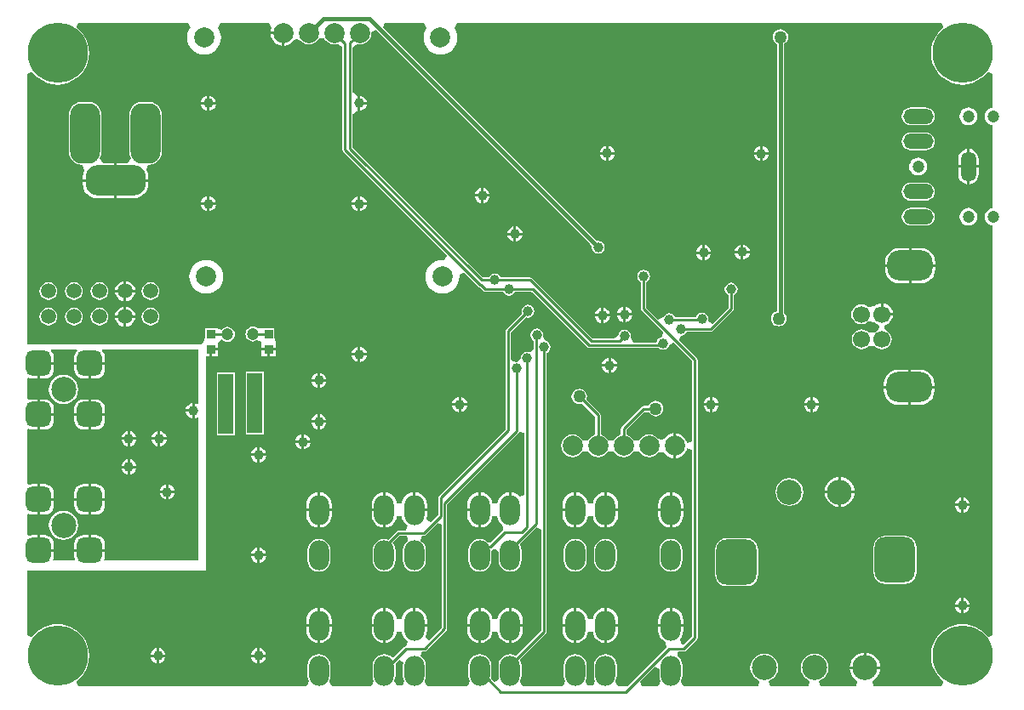
<source format=gbl>
G04*
G04 #@! TF.GenerationSoftware,Altium Limited,Altium Designer,19.1.8 (144)*
G04*
G04 Layer_Physical_Order=2*
G04 Layer_Color=16711680*
%FSLAX44Y44*%
%MOMM*%
G71*
G01*
G75*
%ADD10C,0.2540*%
%ADD24R,0.9000X0.9500*%
%ADD70C,0.4000*%
%ADD71C,1.5000*%
G04:AMPARAMS|DCode=72|XSize=6mm|YSize=3mm|CornerRadius=1.2mm|HoleSize=0mm|Usage=FLASHONLY|Rotation=180.000|XOffset=0mm|YOffset=0mm|HoleType=Round|Shape=RoundedRectangle|*
%AMROUNDEDRECTD72*
21,1,6.0000,0.6000,0,0,180.0*
21,1,3.6000,3.0000,0,0,180.0*
1,1,2.4000,-1.8000,0.3000*
1,1,2.4000,1.8000,0.3000*
1,1,2.4000,1.8000,-0.3000*
1,1,2.4000,-1.8000,-0.3000*
%
%ADD72ROUNDEDRECTD72*%
G04:AMPARAMS|DCode=73|XSize=6mm|YSize=3mm|CornerRadius=1.2mm|HoleSize=0mm|Usage=FLASHONLY|Rotation=270.000|XOffset=0mm|YOffset=0mm|HoleType=Round|Shape=RoundedRectangle|*
%AMROUNDEDRECTD73*
21,1,6.0000,0.6000,0,0,270.0*
21,1,3.6000,3.0000,0,0,270.0*
1,1,2.4000,-0.3000,-1.8000*
1,1,2.4000,-0.3000,1.8000*
1,1,2.4000,0.3000,1.8000*
1,1,2.4000,0.3000,-1.8000*
%
%ADD73ROUNDEDRECTD73*%
%ADD74O,2.0000X3.0000*%
%ADD75C,2.5000*%
G04:AMPARAMS|DCode=76|XSize=4mm|YSize=4.5mm|CornerRadius=1mm|HoleSize=0mm|Usage=FLASHONLY|Rotation=180.000|XOffset=0mm|YOffset=0mm|HoleType=Round|Shape=RoundedRectangle|*
%AMROUNDEDRECTD76*
21,1,4.0000,2.5000,0,0,180.0*
21,1,2.0000,4.5000,0,0,180.0*
1,1,2.0000,-1.0000,1.2500*
1,1,2.0000,1.0000,1.2500*
1,1,2.0000,1.0000,-1.2500*
1,1,2.0000,-1.0000,-1.2500*
%
%ADD76ROUNDEDRECTD76*%
%ADD77C,2.0000*%
%ADD78C,1.2000*%
%ADD79O,3.0000X1.5000*%
%ADD80O,1.5000X3.0000*%
G04:AMPARAMS|DCode=81|XSize=3mm|YSize=4.5mm|CornerRadius=1.2mm|HoleSize=0mm|Usage=FLASHONLY|Rotation=90.000|XOffset=0mm|YOffset=0mm|HoleType=Round|Shape=RoundedRectangle|*
%AMROUNDEDRECTD81*
21,1,3.0000,2.1000,0,0,90.0*
21,1,0.6000,4.5000,0,0,90.0*
1,1,2.4000,1.0500,0.3000*
1,1,2.4000,1.0500,-0.3000*
1,1,2.4000,-1.0500,-0.3000*
1,1,2.4000,-1.0500,0.3000*
%
%ADD81ROUNDEDRECTD81*%
%ADD82C,1.7000*%
G04:AMPARAMS|DCode=83|XSize=2.5mm|YSize=2.5mm|CornerRadius=0.625mm|HoleSize=0mm|Usage=FLASHONLY|Rotation=0.000|XOffset=0mm|YOffset=0mm|HoleType=Round|Shape=RoundedRectangle|*
%AMROUNDEDRECTD83*
21,1,2.5000,1.2500,0,0,0.0*
21,1,1.2500,2.5000,0,0,0.0*
1,1,1.2500,0.6250,-0.6250*
1,1,1.2500,-0.6250,-0.6250*
1,1,1.2500,-0.6250,0.6250*
1,1,1.2500,0.6250,0.6250*
%
%ADD83ROUNDEDRECTD83*%
%ADD84C,6.0000*%
%ADD85C,1.0000*%
%ADD86C,1.2700*%
%ADD87R,1.5000X6.0000*%
G36*
X930967Y676690D02*
X931077Y675000D01*
X927799Y672201D01*
X924600Y668455D01*
X922025Y664254D01*
X920140Y659702D01*
X918990Y654911D01*
X918603Y650000D01*
X918990Y645088D01*
X920140Y640298D01*
X922025Y635746D01*
X924600Y631545D01*
X927799Y627799D01*
X931545Y624599D01*
X935746Y622025D01*
X940298Y620140D01*
X945088Y618990D01*
X950000Y618603D01*
X954911Y618990D01*
X959702Y620140D01*
X964254Y622025D01*
X968455Y624599D01*
X972201Y627799D01*
X975000Y631077D01*
X976690Y630967D01*
X980000Y629482D01*
Y595744D01*
X978703Y595574D01*
X976562Y594687D01*
X974724Y593276D01*
X973313Y591438D01*
X972427Y589297D01*
X972124Y587000D01*
X972427Y584703D01*
X973313Y582562D01*
X974724Y580724D01*
X976562Y579313D01*
X978703Y578427D01*
X980000Y578256D01*
Y495744D01*
X978703Y495574D01*
X976562Y494687D01*
X974724Y493276D01*
X973313Y491438D01*
X972427Y489297D01*
X972124Y487000D01*
X972427Y484703D01*
X973313Y482562D01*
X974724Y480724D01*
X976562Y479313D01*
X978703Y478427D01*
X980000Y478256D01*
Y70518D01*
X976690Y69033D01*
X975000Y68924D01*
X972201Y72201D01*
X968455Y75401D01*
X964254Y77975D01*
X959702Y79860D01*
X954912Y81010D01*
X950000Y81397D01*
X945089Y81010D01*
X940298Y79860D01*
X935746Y77975D01*
X931545Y75401D01*
X927799Y72201D01*
X924600Y68454D01*
X922025Y64254D01*
X920140Y59702D01*
X918990Y54911D01*
X918603Y50000D01*
X918990Y45089D01*
X920140Y40298D01*
X922025Y35746D01*
X924600Y31546D01*
X927799Y27799D01*
X931077Y25000D01*
X930967Y23310D01*
X929482Y20000D01*
X861836D01*
X860584Y25000D01*
X861396Y25434D01*
X863686Y27314D01*
X865566Y29604D01*
X866962Y32217D01*
X867822Y35052D01*
X867988Y36730D01*
X853000D01*
X838012D01*
X838178Y35052D01*
X839038Y32217D01*
X840434Y29604D01*
X842314Y27314D01*
X844604Y25434D01*
X845416Y25000D01*
X844164Y20000D01*
X808671D01*
X807676Y25000D01*
X809959Y25946D01*
X812842Y28158D01*
X815054Y31040D01*
X816445Y34397D01*
X816919Y38000D01*
X816445Y41603D01*
X815054Y44960D01*
X812842Y47842D01*
X809959Y50054D01*
X806602Y51445D01*
X803000Y51919D01*
X799398Y51445D01*
X796040Y50054D01*
X793158Y47842D01*
X790946Y44960D01*
X789555Y41603D01*
X789081Y38000D01*
X789555Y34397D01*
X790946Y31040D01*
X793158Y28158D01*
X796040Y25946D01*
X798324Y25000D01*
X797329Y20000D01*
X758671D01*
X757676Y25000D01*
X759959Y25946D01*
X762842Y28158D01*
X765054Y31040D01*
X766445Y34397D01*
X766919Y38000D01*
X766445Y41603D01*
X765054Y44960D01*
X762842Y47842D01*
X759959Y50054D01*
X756602Y51445D01*
X753000Y51919D01*
X749398Y51445D01*
X746040Y50054D01*
X743158Y47842D01*
X740946Y44960D01*
X739555Y41603D01*
X739081Y38000D01*
X739555Y34397D01*
X740946Y31040D01*
X743158Y28158D01*
X746040Y25946D01*
X748324Y25000D01*
X747329Y20000D01*
X672872D01*
X671135Y22489D01*
X670160Y25000D01*
X671009Y27050D01*
X671397Y30000D01*
Y40000D01*
X671009Y42950D01*
X669871Y45699D01*
X668059Y48059D01*
X666339Y49380D01*
X666514Y51686D01*
X667722Y54380D01*
X673000D01*
X674003Y54579D01*
X674853Y55147D01*
X685853Y66147D01*
X686421Y66997D01*
X686620Y68000D01*
Y344428D01*
X686421Y345430D01*
X685853Y346281D01*
X668321Y363813D01*
X669378Y366812D01*
X670524Y368681D01*
X672458Y369066D01*
X674542Y370458D01*
X675826Y372380D01*
X699572D01*
X700575Y372579D01*
X701425Y373147D01*
X721853Y393575D01*
X722421Y394425D01*
X722620Y395428D01*
Y409174D01*
X724542Y410458D01*
X725935Y412542D01*
X726423Y415000D01*
X725935Y417458D01*
X724542Y419542D01*
X722458Y420934D01*
X720000Y421423D01*
X717542Y420934D01*
X715458Y419542D01*
X714066Y417458D01*
X713577Y415000D01*
X714066Y412542D01*
X715458Y410458D01*
X717380Y409174D01*
Y396513D01*
X701206Y380340D01*
X698824Y381568D01*
X697083Y383287D01*
X697423Y385000D01*
X696934Y387458D01*
X695542Y389542D01*
X693458Y390934D01*
X691000Y391423D01*
X688542Y390934D01*
X686458Y389542D01*
X685066Y387458D01*
X684998Y387120D01*
X664326D01*
X663042Y389042D01*
X660958Y390434D01*
X658500Y390923D01*
X656042Y390434D01*
X653958Y389042D01*
X652566Y386958D01*
X652513Y386692D01*
X647300Y384833D01*
X635620Y396513D01*
Y422174D01*
X637542Y423458D01*
X638935Y425542D01*
X639423Y428000D01*
X638935Y430458D01*
X637542Y432542D01*
X635458Y433935D01*
X633000Y434423D01*
X630542Y433935D01*
X628458Y432542D01*
X627066Y430458D01*
X626577Y428000D01*
X627066Y425542D01*
X628458Y423458D01*
X630380Y422174D01*
Y395428D01*
X630579Y394425D01*
X631147Y393575D01*
X652491Y372231D01*
X652388Y371227D01*
X650522Y367129D01*
X649542Y366934D01*
X647458Y365542D01*
X646066Y363458D01*
X645722Y361730D01*
X623401D01*
X622228Y363020D01*
X620171Y366730D01*
X620423Y368000D01*
X619934Y370458D01*
X618542Y372542D01*
X616458Y373935D01*
X614000Y374423D01*
X611542Y373935D01*
X609458Y372542D01*
X608065Y370458D01*
X607577Y368000D01*
X602952Y365620D01*
X582085D01*
X521963Y425743D01*
X521113Y426311D01*
X520110Y426510D01*
X490900D01*
X489542Y428542D01*
X487458Y429934D01*
X485000Y430423D01*
X482542Y429934D01*
X480458Y428542D01*
X479174Y426620D01*
X473085D01*
X343620Y556085D01*
Y589322D01*
X343778Y589572D01*
X347532Y592292D01*
X348620Y592577D01*
X348730Y592562D01*
Y600000D01*
Y607438D01*
X348620Y607423D01*
X347532Y607708D01*
X343778Y610428D01*
X343620Y610678D01*
Y655331D01*
X346997Y658253D01*
X348620Y658889D01*
X350800Y658603D01*
X353750Y658991D01*
X356499Y660129D01*
X358859Y661941D01*
X360671Y664301D01*
X361809Y667050D01*
X362197Y670000D01*
X362126Y670545D01*
X366861Y672880D01*
X581603Y458139D01*
X581327Y456750D01*
X581815Y454292D01*
X583208Y452208D01*
X585292Y450816D01*
X587750Y450327D01*
X590208Y450816D01*
X592292Y452208D01*
X593685Y454292D01*
X594173Y456750D01*
X593685Y459208D01*
X592292Y461292D01*
X590208Y462684D01*
X587750Y463173D01*
X586361Y462897D01*
X373878Y675381D01*
X375791Y680000D01*
X414763D01*
X417127Y675000D01*
X416864Y674679D01*
X415304Y671760D01*
X414343Y668593D01*
X414019Y665300D01*
X414343Y662007D01*
X415304Y658840D01*
X416864Y655921D01*
X418963Y653363D01*
X421521Y651264D01*
X424440Y649704D01*
X427607Y648743D01*
X430900Y648419D01*
X434193Y648743D01*
X437360Y649704D01*
X440279Y651264D01*
X442837Y653363D01*
X444936Y655921D01*
X446496Y658840D01*
X447457Y662007D01*
X447781Y665300D01*
X447457Y668593D01*
X446496Y671760D01*
X444936Y674679D01*
X444673Y675000D01*
X447037Y680000D01*
X929482D01*
X930967Y676690D01*
D02*
G37*
G36*
X261384Y678713D02*
X263098Y675000D01*
X262383Y673274D01*
X262119Y671270D01*
X274600D01*
Y670000D01*
X275870D01*
Y657519D01*
X277874Y657783D01*
X280924Y659046D01*
X283544Y661056D01*
X285179Y663187D01*
X286987Y663594D01*
X290841Y663374D01*
X291941Y661941D01*
X294301Y660129D01*
X297050Y658991D01*
X300000Y658603D01*
X302950Y658991D01*
X305699Y660129D01*
X308059Y661941D01*
X309870Y664301D01*
X309994Y664599D01*
X315406D01*
X315529Y664301D01*
X317341Y661941D01*
X319701Y660129D01*
X322450Y658991D01*
X325400Y658603D01*
X328350Y658991D01*
X328724Y659146D01*
X333380Y655878D01*
Y553579D01*
X333579Y552577D01*
X334147Y551727D01*
X437269Y448605D01*
X437091Y447818D01*
X434809Y443993D01*
X432900Y444181D01*
X429607Y443857D01*
X426440Y442896D01*
X423521Y441336D01*
X420963Y439237D01*
X418864Y436679D01*
X417304Y433760D01*
X416343Y430593D01*
X416019Y427300D01*
X416343Y424007D01*
X417304Y420840D01*
X418864Y417921D01*
X420963Y415363D01*
X423521Y413264D01*
X426440Y411704D01*
X429607Y410743D01*
X432900Y410419D01*
X436193Y410743D01*
X439360Y411704D01*
X442279Y413264D01*
X444837Y415363D01*
X446936Y417921D01*
X448496Y420840D01*
X449457Y424007D01*
X449781Y427300D01*
X449593Y429210D01*
X453418Y431491D01*
X454205Y431669D01*
X468267Y417607D01*
X469117Y417039D01*
X470053Y416853D01*
X473649Y413257D01*
X474499Y412689D01*
X475502Y412490D01*
X493100D01*
X494458Y410458D01*
X496542Y409066D01*
X499000Y408577D01*
X501458Y409066D01*
X503542Y410458D01*
X504899Y412490D01*
X521417D01*
X576649Y357257D01*
X577499Y356689D01*
X578502Y356490D01*
X647437D01*
X647458Y356458D01*
X649542Y355065D01*
X652000Y354577D01*
X654458Y355065D01*
X656542Y356458D01*
X657934Y358542D01*
X658129Y359522D01*
X662227Y361388D01*
X663231Y361491D01*
X681380Y343342D01*
Y263220D01*
X676380Y261723D01*
X676054Y262218D01*
X676054Y262218D01*
X676017Y262274D01*
X675668Y263116D01*
X674754Y265324D01*
X672744Y267944D01*
X670124Y269954D01*
X667074Y271217D01*
X665070Y271481D01*
Y259000D01*
Y246519D01*
X667074Y246783D01*
X670124Y248046D01*
X672744Y250056D01*
X674754Y252676D01*
X675668Y254884D01*
X676017Y255726D01*
X676054Y255782D01*
X676054Y255782D01*
X676017Y255726D01*
X675872Y255377D01*
X676054Y255782D01*
X676380Y256277D01*
X681380Y254780D01*
Y69085D01*
X673000Y60706D01*
X670551Y60987D01*
X668944Y66056D01*
X670954Y68676D01*
X672217Y71726D01*
X672648Y75000D01*
Y78730D01*
X647352D01*
Y75000D01*
X647783Y71726D01*
X649046Y68676D01*
X651056Y66056D01*
X653676Y64046D01*
X654616Y63657D01*
X655250Y61667D01*
X655458Y58163D01*
X617294Y20000D01*
X607873D01*
X606135Y22489D01*
X605160Y25000D01*
X606009Y27050D01*
X606398Y30000D01*
Y40000D01*
X606009Y42950D01*
X604870Y45699D01*
X603059Y48059D01*
X600699Y49871D01*
X597950Y51009D01*
X595000Y51398D01*
X592050Y51009D01*
X589301Y49871D01*
X586941Y48059D01*
X585130Y45699D01*
X583991Y42950D01*
X583602Y40000D01*
Y30000D01*
X583991Y27050D01*
X584840Y25000D01*
X583865Y22489D01*
X582489Y20517D01*
X577511D01*
X576135Y22489D01*
X575160Y25000D01*
X576009Y27050D01*
X576398Y30000D01*
Y40000D01*
X576009Y42950D01*
X574870Y45699D01*
X573059Y48059D01*
X570699Y49871D01*
X567950Y51009D01*
X565000Y51398D01*
X562050Y51009D01*
X559301Y49871D01*
X556941Y48059D01*
X555129Y45699D01*
X553991Y42950D01*
X553602Y40000D01*
Y30000D01*
X553991Y27050D01*
X554840Y25000D01*
X553865Y22489D01*
X552127Y20000D01*
X512872D01*
X511135Y22489D01*
X510160Y25000D01*
X511009Y27050D01*
X511398Y30000D01*
Y40000D01*
X511009Y42950D01*
X509870Y45699D01*
X509668Y45963D01*
X535853Y72147D01*
X536421Y72997D01*
X536620Y74000D01*
Y351174D01*
X538542Y352458D01*
X539935Y354542D01*
X540423Y357000D01*
X539935Y359458D01*
X538542Y361542D01*
X536458Y362934D01*
X536160Y362994D01*
X533485Y365917D01*
X532989Y368320D01*
X533173Y369250D01*
X532685Y371708D01*
X531292Y373792D01*
X529208Y375184D01*
X526750Y375673D01*
X524292Y375184D01*
X522208Y373792D01*
X520816Y371708D01*
X520327Y369250D01*
X520816Y366792D01*
X522208Y364708D01*
X523810Y363638D01*
Y355039D01*
X520365Y352581D01*
X518810Y352062D01*
X516999Y352423D01*
X514541Y351934D01*
X512457Y350541D01*
X511064Y348457D01*
X510656Y346405D01*
X510537Y345961D01*
X507037Y342461D01*
X506593Y342342D01*
X505729Y342170D01*
X502019Y344228D01*
X500729Y345401D01*
Y372024D01*
X515733Y387028D01*
X518000Y386577D01*
X520458Y387066D01*
X522542Y388458D01*
X523935Y390542D01*
X524423Y393000D01*
X523935Y395458D01*
X522542Y397542D01*
X520458Y398935D01*
X518000Y399423D01*
X515542Y398935D01*
X513458Y397542D01*
X512066Y395458D01*
X511577Y393000D01*
X512028Y390733D01*
X496256Y374962D01*
X495688Y374112D01*
X495489Y373109D01*
Y275583D01*
X429337Y209431D01*
X428769Y208581D01*
X428570Y207578D01*
Y190275D01*
X420938Y182644D01*
X416699Y185476D01*
X417217Y186726D01*
X417648Y190000D01*
Y193730D01*
X405000D01*
Y195000D01*
X403730D01*
Y212481D01*
X401726Y212217D01*
X398676Y210954D01*
X396056Y208944D01*
X394046Y206324D01*
X392783Y203274D01*
X392522Y201290D01*
X387478D01*
X387217Y203274D01*
X385954Y206324D01*
X383944Y208944D01*
X381324Y210954D01*
X378274Y212217D01*
X376270Y212481D01*
Y195000D01*
Y177519D01*
X378274Y177783D01*
X381324Y179046D01*
X383944Y181056D01*
X385954Y183676D01*
X387217Y186726D01*
X387478Y188710D01*
X392522D01*
X392783Y186726D01*
X394046Y183676D01*
X396056Y181056D01*
X397928Y179620D01*
X397597Y176781D01*
X396569Y174620D01*
X389000D01*
X387997Y174421D01*
X387147Y173853D01*
X378907Y165613D01*
X377950Y166009D01*
X375000Y166397D01*
X372050Y166009D01*
X369301Y164870D01*
X366941Y163059D01*
X365130Y160699D01*
X363991Y157950D01*
X363602Y155000D01*
Y145000D01*
X363991Y142050D01*
X365130Y139301D01*
X366941Y136941D01*
X369301Y135129D01*
X372050Y133991D01*
X375000Y133603D01*
X377950Y133991D01*
X380699Y135129D01*
X383059Y136941D01*
X384871Y139301D01*
X386009Y142050D01*
X386398Y145000D01*
Y155000D01*
X386009Y157950D01*
X384871Y160699D01*
X383366Y162660D01*
X390085Y169380D01*
X397278D01*
X398486Y166686D01*
X398661Y164380D01*
X396941Y163059D01*
X395130Y160699D01*
X393991Y157950D01*
X393602Y155000D01*
Y145000D01*
X393991Y142050D01*
X395130Y139301D01*
X396941Y136941D01*
X399301Y135129D01*
X402050Y133991D01*
X405000Y133603D01*
X407950Y133991D01*
X410699Y135129D01*
X413059Y136941D01*
X414870Y139301D01*
X416009Y142050D01*
X416398Y145000D01*
Y155000D01*
X416009Y157950D01*
X414870Y160699D01*
X413059Y163059D01*
X411339Y164380D01*
X411514Y166686D01*
X412722Y169380D01*
X414000D01*
X415003Y169579D01*
X415853Y170147D01*
X427790Y182085D01*
X432410Y180171D01*
Y78115D01*
X419901Y65606D01*
X415954Y68676D01*
X417217Y71726D01*
X417648Y75000D01*
Y78730D01*
X405000D01*
Y80000D01*
X403730D01*
Y97481D01*
X401726Y97217D01*
X398676Y95954D01*
X396056Y93944D01*
X394046Y91324D01*
X392783Y88274D01*
X392522Y86290D01*
X387478D01*
X387217Y88274D01*
X385954Y91324D01*
X383944Y93944D01*
X381324Y95954D01*
X378274Y97217D01*
X376270Y97481D01*
Y80000D01*
Y62519D01*
X378274Y62783D01*
X381324Y64046D01*
X383944Y66056D01*
X385954Y68676D01*
X387217Y71726D01*
X387478Y73710D01*
X392522D01*
X392783Y71726D01*
X394046Y68676D01*
X396056Y66056D01*
X397928Y64620D01*
X397541Y61300D01*
X396641Y59549D01*
X395997Y59421D01*
X395147Y58853D01*
X384274Y47980D01*
X383059Y48059D01*
X380699Y49871D01*
X377950Y51009D01*
X375000Y51398D01*
X372050Y51009D01*
X369301Y49871D01*
X366941Y48059D01*
X365130Y45699D01*
X363991Y42950D01*
X363602Y40000D01*
Y30000D01*
X363991Y27050D01*
X364840Y25000D01*
X363865Y22489D01*
X362128Y20000D01*
X322872D01*
X321135Y22489D01*
X320160Y25000D01*
X321009Y27050D01*
X321398Y30000D01*
Y40000D01*
X321009Y42950D01*
X319871Y45699D01*
X318059Y48059D01*
X315699Y49871D01*
X312950Y51009D01*
X310000Y51398D01*
X307050Y51009D01*
X304301Y49871D01*
X301941Y48059D01*
X300130Y45699D01*
X298991Y42950D01*
X298603Y40000D01*
Y30000D01*
X298991Y27050D01*
X299840Y25000D01*
X298865Y22489D01*
X297128Y20000D01*
X70518D01*
X69033Y23310D01*
X68924Y25000D01*
X72201Y27799D01*
X75401Y31546D01*
X77975Y35746D01*
X79860Y40298D01*
X81010Y45089D01*
X81397Y50000D01*
X81010Y54911D01*
X79860Y59702D01*
X77975Y64254D01*
X75401Y68454D01*
X72201Y72201D01*
X68454Y75401D01*
X64254Y77975D01*
X59702Y79860D01*
X54911Y81010D01*
X50000Y81397D01*
X45089Y81010D01*
X40298Y79860D01*
X35746Y77975D01*
X31546Y75401D01*
X27799Y72201D01*
X25000Y68924D01*
X23310Y69033D01*
X20000Y70518D01*
X20000Y135000D01*
X197500D01*
X197500Y347960D01*
X201230D01*
Y355250D01*
X202500D01*
Y356520D01*
X209540D01*
X209540Y361460D01*
X213417Y364836D01*
X213794Y364794D01*
X215319Y363624D01*
X217094Y362888D01*
X219000Y362637D01*
X220906Y362888D01*
X222682Y363624D01*
X224206Y364794D01*
X225376Y366319D01*
X226112Y368094D01*
X226363Y370000D01*
X226112Y371906D01*
X225376Y373681D01*
X224206Y375206D01*
X222682Y376376D01*
X220906Y377112D01*
X219000Y377363D01*
X217094Y377112D01*
X215319Y376376D01*
X213794Y375206D01*
X213300Y374563D01*
X212952Y374621D01*
X208300Y375800D01*
X208300Y375800D01*
X208300Y375800D01*
X196700D01*
Y367026D01*
X195539Y362827D01*
X193562Y360000D01*
X20000Y360000D01*
Y629482D01*
X23310Y630967D01*
X25000Y631077D01*
X27799Y627799D01*
X31546Y624599D01*
X35746Y622025D01*
X40298Y620140D01*
X45089Y618990D01*
X50000Y618603D01*
X54911Y618990D01*
X59702Y620140D01*
X64254Y622025D01*
X68454Y624599D01*
X72201Y627799D01*
X75401Y631545D01*
X77975Y635746D01*
X79860Y640298D01*
X81010Y645088D01*
X81397Y650000D01*
X81010Y654911D01*
X79860Y659702D01*
X77975Y664254D01*
X75401Y668455D01*
X72201Y672201D01*
X68924Y675000D01*
X69033Y676690D01*
X70518Y680000D01*
X179763D01*
X182127Y675000D01*
X181864Y674679D01*
X180304Y671760D01*
X179343Y668593D01*
X179019Y665300D01*
X179343Y662007D01*
X180304Y658840D01*
X181864Y655921D01*
X183963Y653363D01*
X186521Y651264D01*
X189440Y649704D01*
X192607Y648743D01*
X195900Y648419D01*
X199193Y648743D01*
X202360Y649704D01*
X205279Y651264D01*
X207837Y653363D01*
X209936Y655921D01*
X211496Y658840D01*
X212457Y662007D01*
X212781Y665300D01*
X212457Y668593D01*
X211496Y671760D01*
X209936Y674679D01*
X209673Y675000D01*
X212037Y680000D01*
X260165D01*
X261384Y678713D01*
D02*
G37*
G36*
X190000Y301103D02*
X188861Y300541D01*
X188803Y300586D01*
X186968Y301346D01*
X186270Y301438D01*
Y294000D01*
Y286562D01*
X186968Y286654D01*
X188803Y287414D01*
X188861Y287459D01*
X190000Y286897D01*
Y145000D01*
X97154D01*
X96448Y146056D01*
X96614Y146455D01*
X96916Y148750D01*
Y153730D01*
X66684D01*
Y148750D01*
X66986Y146455D01*
X67152Y146056D01*
X66446Y145000D01*
X46354D01*
X45648Y146056D01*
X45814Y146455D01*
X46116Y148750D01*
Y153730D01*
X31000D01*
Y155000D01*
X29730D01*
Y170116D01*
X24750D01*
X22455Y169814D01*
X21270Y169323D01*
X20000Y170171D01*
Y190629D01*
X21270Y191477D01*
X22455Y190986D01*
X24750Y190684D01*
X29730D01*
Y205800D01*
Y220916D01*
X24750D01*
X22455Y220614D01*
X21270Y220123D01*
X20000Y220971D01*
Y275029D01*
X21270Y275877D01*
X22455Y275386D01*
X24750Y275084D01*
X29730D01*
Y290200D01*
Y305316D01*
X24750D01*
X22455Y305014D01*
X21270Y304523D01*
X20000Y305371D01*
Y325829D01*
X21270Y326677D01*
X22455Y326186D01*
X24750Y325884D01*
X29730D01*
Y341000D01*
X31000D01*
Y342270D01*
X46116D01*
Y347250D01*
X45814Y349545D01*
X44928Y351683D01*
X43519Y353519D01*
X43244Y353730D01*
X43675Y355000D01*
X69125D01*
X69556Y353730D01*
X69281Y353519D01*
X67872Y351683D01*
X66986Y349545D01*
X66684Y347250D01*
Y342270D01*
X96916D01*
Y347250D01*
X96614Y349545D01*
X95728Y351683D01*
X94319Y353519D01*
X94044Y353730D01*
X94475Y355000D01*
X190000D01*
Y301103D01*
D02*
G37*
G36*
X514379Y272297D02*
Y210074D01*
X509379Y208377D01*
X508944Y208944D01*
X506324Y210954D01*
X503274Y212217D01*
X501270Y212481D01*
Y195000D01*
X498730D01*
Y212481D01*
X496726Y212217D01*
X493676Y210954D01*
X491056Y208944D01*
X489046Y206324D01*
X487783Y203274D01*
X487522Y201290D01*
X482478D01*
X482217Y203274D01*
X480954Y206324D01*
X478944Y208944D01*
X476324Y210954D01*
X473274Y212217D01*
X471270Y212481D01*
Y195000D01*
Y177519D01*
X473274Y177783D01*
X476324Y179046D01*
X478944Y181056D01*
X480954Y183676D01*
X482217Y186726D01*
X482478Y188710D01*
X487522D01*
X487783Y186726D01*
X489046Y183676D01*
X491056Y181056D01*
X492481Y179963D01*
X492667Y179405D01*
X492804Y178110D01*
X492797Y175561D01*
X492440Y174146D01*
X481151Y162857D01*
X478059Y163059D01*
X475699Y164870D01*
X472950Y166009D01*
X470000Y166397D01*
X467050Y166009D01*
X464301Y164870D01*
X461941Y163059D01*
X460130Y160699D01*
X458991Y157950D01*
X458602Y155000D01*
Y145000D01*
X458991Y142050D01*
X460130Y139301D01*
X461941Y136941D01*
X464301Y135129D01*
X467050Y133991D01*
X470000Y133603D01*
X472950Y133991D01*
X475699Y135129D01*
X478059Y136941D01*
X479870Y139301D01*
X481009Y142050D01*
X481398Y145000D01*
Y154239D01*
X483726Y156265D01*
X484480Y156188D01*
X485150Y155995D01*
X488602Y153604D01*
Y145000D01*
X488991Y142050D01*
X490129Y139301D01*
X491941Y136941D01*
X494301Y135129D01*
X497050Y133991D01*
X500000Y133603D01*
X502950Y133991D01*
X505699Y135129D01*
X508059Y136941D01*
X509870Y139301D01*
X511009Y142050D01*
X511398Y145000D01*
Y155000D01*
X511009Y157950D01*
X509870Y160699D01*
X509668Y160963D01*
X526380Y177674D01*
X531380Y175603D01*
Y75085D01*
X505962Y49668D01*
X505699Y49871D01*
X502950Y51009D01*
X500000Y51398D01*
X497050Y51009D01*
X494301Y49871D01*
X491941Y48059D01*
X490129Y45699D01*
X488991Y42950D01*
X488602Y40000D01*
Y30000D01*
X488991Y27050D01*
X489178Y26599D01*
X484939Y23767D01*
X481084Y27621D01*
X481398Y30000D01*
Y40000D01*
X481009Y42950D01*
X479870Y45699D01*
X478059Y48059D01*
X475699Y49871D01*
X472950Y51009D01*
X470000Y51398D01*
X467050Y51009D01*
X464301Y49871D01*
X461941Y48059D01*
X460130Y45699D01*
X458991Y42950D01*
X458602Y40000D01*
Y30000D01*
X458991Y27050D01*
X459840Y25000D01*
X458865Y22489D01*
X457127Y20000D01*
X417873D01*
X416135Y22489D01*
X415160Y25000D01*
X416009Y27050D01*
X416398Y30000D01*
Y40000D01*
X416009Y42950D01*
X414870Y45699D01*
X413059Y48059D01*
X411339Y49380D01*
X411514Y51686D01*
X412722Y54380D01*
X415000D01*
X416003Y54579D01*
X416853Y55147D01*
X436883Y75177D01*
X437451Y76027D01*
X437650Y77030D01*
Y200945D01*
X508852Y272146D01*
X509420Y272996D01*
X514379Y272297D01*
D02*
G37*
G36*
X394178Y43401D02*
X393991Y42950D01*
X393602Y40000D01*
Y30000D01*
X393991Y27050D01*
X394840Y25000D01*
X393865Y22489D01*
X392489Y20517D01*
X387511Y20517D01*
X386135Y22489D01*
X385160Y25000D01*
X386009Y27050D01*
X386398Y30000D01*
Y40000D01*
X386084Y42379D01*
X389939Y46233D01*
X394178Y43401D01*
D02*
G37*
G36*
X648603Y36826D02*
Y30000D01*
X648991Y27050D01*
X649840Y25000D01*
X648865Y22489D01*
X647128Y20000D01*
X631239D01*
X629325Y24619D01*
X643603Y38897D01*
X648603Y36826D01*
D02*
G37*
%LPC*%
G36*
X351270Y607438D02*
Y601270D01*
X357438D01*
X357346Y601968D01*
X356586Y603802D01*
X355378Y605378D01*
X353802Y606586D01*
X351968Y607346D01*
X351270Y607438D01*
D02*
G37*
G36*
X357438Y598730D02*
X351270D01*
Y592562D01*
X351968Y592654D01*
X353802Y593414D01*
X355378Y594622D01*
X356586Y596198D01*
X357346Y598032D01*
X357438Y598730D01*
D02*
G37*
G36*
X956000Y595876D02*
X953703Y595574D01*
X951562Y594687D01*
X949724Y593276D01*
X948313Y591438D01*
X947427Y589297D01*
X947124Y587000D01*
X947427Y584703D01*
X948313Y582562D01*
X949724Y580724D01*
X951562Y579313D01*
X953703Y578427D01*
X956000Y578124D01*
X958297Y578427D01*
X960438Y579313D01*
X962276Y580724D01*
X963687Y582562D01*
X964574Y584703D01*
X964876Y587000D01*
X964574Y589297D01*
X963687Y591438D01*
X962276Y593276D01*
X960438Y594687D01*
X958297Y595574D01*
X956000Y595876D01*
D02*
G37*
G36*
X913500D02*
X898500D01*
X896203Y595574D01*
X894062Y594687D01*
X892224Y593276D01*
X890813Y591438D01*
X889927Y589297D01*
X889624Y587000D01*
X889927Y584703D01*
X890813Y582562D01*
X892224Y580724D01*
X894062Y579313D01*
X896203Y578427D01*
X898500Y578124D01*
X913500D01*
X915797Y578427D01*
X917938Y579313D01*
X919776Y580724D01*
X921187Y582562D01*
X922074Y584703D01*
X922376Y587000D01*
X922074Y589297D01*
X921187Y591438D01*
X919776Y593276D01*
X917938Y594687D01*
X915797Y595574D01*
X913500Y595876D01*
D02*
G37*
G36*
Y570876D02*
X898500D01*
X896203Y570574D01*
X894062Y569687D01*
X892224Y568276D01*
X890813Y566438D01*
X889927Y564297D01*
X889624Y562000D01*
X889927Y559703D01*
X890813Y557562D01*
X892224Y555724D01*
X894062Y554313D01*
X896203Y553427D01*
X898500Y553124D01*
X913500D01*
X915797Y553427D01*
X917938Y554313D01*
X919776Y555724D01*
X921187Y557562D01*
X922074Y559703D01*
X922376Y562000D01*
X922074Y564297D01*
X921187Y566438D01*
X919776Y568276D01*
X917938Y569687D01*
X915797Y570574D01*
X913500Y570876D01*
D02*
G37*
G36*
X598000Y557708D02*
Y551540D01*
X604168D01*
X604076Y552238D01*
X603316Y554072D01*
X602108Y555648D01*
X600532Y556856D01*
X598698Y557616D01*
X598000Y557708D01*
D02*
G37*
G36*
X595460D02*
X594762Y557616D01*
X592928Y556856D01*
X591352Y555648D01*
X590144Y554072D01*
X589384Y552238D01*
X589292Y551540D01*
X595460D01*
Y557708D01*
D02*
G37*
G36*
X751270Y557438D02*
Y551270D01*
X757438D01*
X757346Y551968D01*
X756586Y553802D01*
X755378Y555378D01*
X753802Y556586D01*
X751968Y557346D01*
X751270Y557438D01*
D02*
G37*
G36*
X748730D02*
X748032Y557346D01*
X746198Y556586D01*
X744622Y555378D01*
X743414Y553802D01*
X742654Y551968D01*
X742562Y551270D01*
X748730D01*
Y557438D01*
D02*
G37*
G36*
X604168Y549000D02*
X598000D01*
Y542832D01*
X598698Y542924D01*
X600532Y543684D01*
X602108Y544892D01*
X603316Y546468D01*
X604076Y548302D01*
X604168Y549000D01*
D02*
G37*
G36*
X595460D02*
X589292D01*
X589384Y548302D01*
X590144Y546468D01*
X591352Y544892D01*
X592928Y543684D01*
X594762Y542924D01*
X595460Y542832D01*
Y549000D01*
D02*
G37*
G36*
X757438Y548730D02*
X751270D01*
Y542562D01*
X751968Y542654D01*
X753802Y543414D01*
X755378Y544622D01*
X756586Y546198D01*
X757346Y548032D01*
X757438Y548730D01*
D02*
G37*
G36*
X748730D02*
X742562D01*
X742654Y548032D01*
X743414Y546198D01*
X744622Y544622D01*
X746198Y543414D01*
X748032Y542654D01*
X748730Y542562D01*
Y548730D01*
D02*
G37*
G36*
X957270Y554459D02*
Y538270D01*
X966127D01*
Y544500D01*
X965782Y547121D01*
X964770Y549563D01*
X963161Y551661D01*
X961063Y553270D01*
X958621Y554282D01*
X957270Y554459D01*
D02*
G37*
G36*
X954730D02*
X953379Y554282D01*
X950937Y553270D01*
X948839Y551661D01*
X947230Y549563D01*
X946218Y547121D01*
X945873Y544500D01*
Y538270D01*
X954730D01*
Y554459D01*
D02*
G37*
G36*
X906000Y545876D02*
X903703Y545574D01*
X901562Y544687D01*
X899724Y543276D01*
X898313Y541438D01*
X897427Y539297D01*
X897124Y537000D01*
X897427Y534703D01*
X898313Y532562D01*
X899724Y530724D01*
X901562Y529313D01*
X903703Y528427D01*
X906000Y528124D01*
X908297Y528427D01*
X910438Y529313D01*
X912276Y530724D01*
X913687Y532562D01*
X914574Y534703D01*
X914876Y537000D01*
X914574Y539297D01*
X913687Y541438D01*
X912276Y543276D01*
X910438Y544687D01*
X908297Y545574D01*
X906000Y545876D01*
D02*
G37*
G36*
X966127Y535730D02*
X957270D01*
Y519541D01*
X958621Y519718D01*
X961063Y520730D01*
X963161Y522339D01*
X964770Y524437D01*
X965782Y526879D01*
X966127Y529500D01*
Y535730D01*
D02*
G37*
G36*
X954730D02*
X945873D01*
Y529500D01*
X946218Y526879D01*
X947230Y524437D01*
X948839Y522339D01*
X950937Y520730D01*
X953379Y519718D01*
X954730Y519541D01*
Y535730D01*
D02*
G37*
G36*
X473856Y515635D02*
Y509468D01*
X480024D01*
X479932Y510166D01*
X479172Y512000D01*
X477964Y513575D01*
X476389Y514784D01*
X474554Y515543D01*
X473856Y515635D01*
D02*
G37*
G36*
X471316D02*
X470618Y515543D01*
X468784Y514784D01*
X467209Y513575D01*
X466000Y512000D01*
X465240Y510166D01*
X465148Y509468D01*
X471316D01*
Y515635D01*
D02*
G37*
G36*
X913500Y520876D02*
X898500D01*
X896203Y520574D01*
X894062Y519687D01*
X892224Y518276D01*
X890813Y516438D01*
X889927Y514297D01*
X889624Y512000D01*
X889927Y509703D01*
X890813Y507562D01*
X892224Y505724D01*
X894062Y504313D01*
X896203Y503427D01*
X898500Y503124D01*
X913500D01*
X915797Y503427D01*
X917938Y504313D01*
X919776Y505724D01*
X921187Y507562D01*
X922074Y509703D01*
X922376Y512000D01*
X922074Y514297D01*
X921187Y516438D01*
X919776Y518276D01*
X917938Y519687D01*
X915797Y520574D01*
X913500Y520876D01*
D02*
G37*
G36*
X480024Y506927D02*
X473856D01*
Y500760D01*
X474554Y500852D01*
X476389Y501611D01*
X477964Y502820D01*
X479172Y504395D01*
X479932Y506229D01*
X480024Y506927D01*
D02*
G37*
G36*
X471316D02*
X465148D01*
X465240Y506229D01*
X466000Y504395D01*
X467209Y502820D01*
X468784Y501611D01*
X470618Y500852D01*
X471316Y500760D01*
Y506927D01*
D02*
G37*
G36*
X956000Y495876D02*
X953703Y495574D01*
X951562Y494687D01*
X949724Y493276D01*
X948313Y491438D01*
X947427Y489297D01*
X947124Y487000D01*
X947427Y484703D01*
X948313Y482562D01*
X949724Y480724D01*
X951562Y479313D01*
X953703Y478427D01*
X956000Y478124D01*
X958297Y478427D01*
X960438Y479313D01*
X962276Y480724D01*
X963687Y482562D01*
X964574Y484703D01*
X964876Y487000D01*
X964574Y489297D01*
X963687Y491438D01*
X962276Y493276D01*
X960438Y494687D01*
X958297Y495574D01*
X956000Y495876D01*
D02*
G37*
G36*
X913500D02*
X898500D01*
X896203Y495574D01*
X894062Y494687D01*
X892224Y493276D01*
X890813Y491438D01*
X889927Y489297D01*
X889624Y487000D01*
X889927Y484703D01*
X890813Y482562D01*
X892224Y480724D01*
X894062Y479313D01*
X896203Y478427D01*
X898500Y478124D01*
X913500D01*
X915797Y478427D01*
X917938Y479313D01*
X919776Y480724D01*
X921187Y482562D01*
X922074Y484703D01*
X922376Y487000D01*
X922074Y489297D01*
X921187Y491438D01*
X919776Y493276D01*
X917938Y494687D01*
X915797Y495574D01*
X913500Y495876D01*
D02*
G37*
G36*
X506270Y477438D02*
Y471270D01*
X512438D01*
X512346Y471968D01*
X511586Y473802D01*
X510378Y475378D01*
X508802Y476586D01*
X506968Y477346D01*
X506270Y477438D01*
D02*
G37*
G36*
X503730D02*
X503032Y477346D01*
X501198Y476586D01*
X499622Y475378D01*
X498414Y473802D01*
X497654Y471968D01*
X497562Y471270D01*
X503730D01*
Y477438D01*
D02*
G37*
G36*
X512438Y468730D02*
X506270D01*
Y462562D01*
X506968Y462654D01*
X508802Y463414D01*
X510378Y464622D01*
X511586Y466198D01*
X512346Y468032D01*
X512438Y468730D01*
D02*
G37*
G36*
X503730D02*
X497562D01*
X497654Y468032D01*
X498414Y466198D01*
X499622Y464622D01*
X501198Y463414D01*
X503032Y462654D01*
X503730Y462562D01*
Y468730D01*
D02*
G37*
G36*
X732270Y459438D02*
Y453270D01*
X738438D01*
X738346Y453968D01*
X737586Y455802D01*
X736378Y457378D01*
X734802Y458586D01*
X732968Y459346D01*
X732270Y459438D01*
D02*
G37*
G36*
X729730D02*
X729032Y459346D01*
X727197Y458586D01*
X725622Y457378D01*
X724414Y455802D01*
X723654Y453968D01*
X723562Y453270D01*
X729730D01*
Y459438D01*
D02*
G37*
G36*
X693832Y458708D02*
Y452540D01*
X700000D01*
X699908Y453238D01*
X699148Y455073D01*
X697940Y456648D01*
X696365Y457856D01*
X694530Y458616D01*
X693832Y458708D01*
D02*
G37*
G36*
X691292D02*
X690594Y458616D01*
X688760Y457856D01*
X687185Y456648D01*
X685976Y455073D01*
X685216Y453238D01*
X685124Y452540D01*
X691292D01*
Y458708D01*
D02*
G37*
G36*
X738438Y450730D02*
X732270D01*
Y444562D01*
X732968Y444654D01*
X734802Y445414D01*
X736378Y446622D01*
X737586Y448198D01*
X738346Y450032D01*
X738438Y450730D01*
D02*
G37*
G36*
X729730D02*
X723562D01*
X723654Y450032D01*
X724414Y448198D01*
X725622Y446622D01*
X727197Y445414D01*
X729032Y444654D01*
X729730Y444562D01*
Y450730D01*
D02*
G37*
G36*
X700000Y450000D02*
X693832D01*
Y443832D01*
X694530Y443924D01*
X696365Y444684D01*
X697940Y445892D01*
X699148Y447467D01*
X699908Y449302D01*
X700000Y450000D01*
D02*
G37*
G36*
X691292D02*
X685124D01*
X685216Y449302D01*
X685976Y447467D01*
X687185Y445892D01*
X688760Y444684D01*
X690594Y443924D01*
X691292Y443832D01*
Y450000D01*
D02*
G37*
G36*
X908600Y455965D02*
X899370D01*
Y439570D01*
X923266D01*
Y441300D01*
X922766Y445096D01*
X921301Y448633D01*
X918970Y451670D01*
X915933Y454001D01*
X912396Y455466D01*
X908600Y455965D01*
D02*
G37*
G36*
X896830D02*
X887600D01*
X883804Y455466D01*
X880267Y454001D01*
X877230Y451670D01*
X874899Y448633D01*
X873434Y445096D01*
X872934Y441300D01*
Y439570D01*
X896830D01*
Y455965D01*
D02*
G37*
G36*
X923266Y437030D02*
X899370D01*
Y420634D01*
X908600D01*
X912396Y421134D01*
X915933Y422599D01*
X918970Y424930D01*
X921301Y427967D01*
X922766Y431504D01*
X923266Y435300D01*
Y437030D01*
D02*
G37*
G36*
X896830D02*
X872934D01*
Y435300D01*
X873434Y431504D01*
X874899Y427967D01*
X877230Y424930D01*
X880267Y422599D01*
X883804Y421134D01*
X887600Y420634D01*
X896830D01*
Y437030D01*
D02*
G37*
G36*
X868730Y400968D02*
X867118Y400756D01*
X864432Y399643D01*
X862126Y397874D01*
X862001Y397710D01*
X857125Y397084D01*
X856433Y397199D01*
X855742Y397486D01*
X854342Y398560D01*
X851958Y399548D01*
X849400Y399884D01*
X846842Y399548D01*
X844458Y398560D01*
X842411Y396989D01*
X840840Y394942D01*
X839852Y392558D01*
X839515Y390000D01*
X839852Y387442D01*
X840840Y385058D01*
X842411Y383011D01*
X844458Y381440D01*
X846842Y380452D01*
X849400Y380116D01*
X851958Y380452D01*
X854342Y381440D01*
X855742Y382514D01*
X856433Y382801D01*
X857125Y382916D01*
X862001Y382290D01*
X862126Y382126D01*
X864432Y380357D01*
X866663Y379432D01*
X867247Y377376D01*
X867273Y376997D01*
X866729Y374252D01*
X865058Y373560D01*
X863011Y371990D01*
X862556Y371780D01*
X857444D01*
X856989Y371990D01*
X854942Y373560D01*
X852558Y374548D01*
X850000Y374884D01*
X847442Y374548D01*
X845058Y373560D01*
X843011Y371989D01*
X841440Y369942D01*
X840452Y367558D01*
X840115Y365000D01*
X840452Y362442D01*
X841440Y360058D01*
X843011Y358011D01*
X845058Y356440D01*
X847442Y355452D01*
X850000Y355116D01*
X852558Y355452D01*
X854942Y356440D01*
X856989Y358011D01*
X857444Y358220D01*
X862556D01*
X863011Y358011D01*
X865058Y356440D01*
X867442Y355452D01*
X870000Y355116D01*
X872558Y355452D01*
X874942Y356440D01*
X876989Y358011D01*
X878560Y360058D01*
X879548Y362442D01*
X879884Y365000D01*
X879548Y367558D01*
X878560Y369942D01*
X876989Y371989D01*
X874942Y373560D01*
X873271Y374252D01*
X872727Y376997D01*
X872753Y377376D01*
X873336Y379432D01*
X875568Y380357D01*
X877874Y382126D01*
X879643Y384432D01*
X880756Y387118D01*
X880968Y388730D01*
X870000D01*
Y390000D01*
X868730D01*
Y400968D01*
D02*
G37*
G36*
X871270D02*
Y391270D01*
X880968D01*
X880756Y392882D01*
X879643Y395568D01*
X877874Y397874D01*
X875568Y399643D01*
X872882Y400756D01*
X871270Y400968D01*
D02*
G37*
G36*
X615270Y397188D02*
Y391020D01*
X621438D01*
X621346Y391718D01*
X620586Y393553D01*
X619378Y395128D01*
X617803Y396336D01*
X615968Y397096D01*
X615270Y397188D01*
D02*
G37*
G36*
X612730D02*
X612032Y397096D01*
X610197Y396336D01*
X608622Y395128D01*
X607414Y393553D01*
X606654Y391718D01*
X606562Y391020D01*
X612730D01*
Y397188D01*
D02*
G37*
G36*
X593270Y396282D02*
Y390115D01*
X599438D01*
X599346Y390813D01*
X598586Y392647D01*
X597378Y394222D01*
X595802Y395431D01*
X593968Y396190D01*
X593270Y396282D01*
D02*
G37*
G36*
X590730D02*
X590032Y396190D01*
X588198Y395431D01*
X586622Y394222D01*
X585414Y392647D01*
X584654Y390813D01*
X584562Y390115D01*
X590730D01*
Y396282D01*
D02*
G37*
G36*
X621438Y388480D02*
X615270D01*
Y382312D01*
X615968Y382404D01*
X617803Y383164D01*
X619378Y384372D01*
X620586Y385947D01*
X621346Y387782D01*
X621438Y388480D01*
D02*
G37*
G36*
X612730D02*
X606562D01*
X606654Y387782D01*
X607414Y385947D01*
X608622Y384372D01*
X610197Y383164D01*
X612032Y382404D01*
X612730Y382312D01*
Y388480D01*
D02*
G37*
G36*
X599438Y387575D02*
X593270D01*
Y381407D01*
X593968Y381498D01*
X595802Y382258D01*
X597378Y383467D01*
X598586Y385042D01*
X599346Y386876D01*
X599438Y387575D01*
D02*
G37*
G36*
X590730D02*
X584562D01*
X584654Y386876D01*
X585414Y385042D01*
X586622Y383467D01*
X588198Y382258D01*
X590032Y381498D01*
X590730Y381407D01*
Y387575D01*
D02*
G37*
G36*
X769000Y673716D02*
X767003Y673453D01*
X765142Y672682D01*
X763544Y671456D01*
X762318Y669858D01*
X761547Y667997D01*
X761284Y666000D01*
X761547Y664003D01*
X762318Y662142D01*
X763544Y660544D01*
X765142Y659318D01*
X765635Y659113D01*
Y393114D01*
X765413Y393084D01*
X763552Y392313D01*
X761954Y391087D01*
X760728Y389489D01*
X759957Y387628D01*
X759694Y385631D01*
X759957Y383634D01*
X760728Y381773D01*
X761954Y380175D01*
X763552Y378949D01*
X765413Y378178D01*
X767410Y377915D01*
X769407Y378178D01*
X771268Y378949D01*
X772866Y380175D01*
X774092Y381773D01*
X774863Y383634D01*
X775126Y385631D01*
X774863Y387628D01*
X774092Y389489D01*
X772866Y391087D01*
X772365Y391472D01*
Y659113D01*
X772858Y659318D01*
X774456Y660544D01*
X775682Y662142D01*
X776453Y664003D01*
X776716Y666000D01*
X776453Y667997D01*
X775682Y669858D01*
X774456Y671456D01*
X772858Y672682D01*
X770997Y673453D01*
X769000Y673716D01*
D02*
G37*
G36*
X907600Y334966D02*
X898370D01*
Y318570D01*
X922265D01*
Y320300D01*
X921766Y324096D01*
X920301Y327633D01*
X917970Y330670D01*
X914933Y333001D01*
X911396Y334466D01*
X907600Y334966D01*
D02*
G37*
G36*
X895830D02*
X886600D01*
X882804Y334466D01*
X879267Y333001D01*
X876230Y330670D01*
X873899Y327633D01*
X872434Y324096D01*
X871935Y320300D01*
Y318570D01*
X895830D01*
Y334966D01*
D02*
G37*
G36*
X801270Y307438D02*
Y301270D01*
X807438D01*
X807346Y301968D01*
X806586Y303803D01*
X805378Y305378D01*
X803802Y306586D01*
X801968Y307346D01*
X801270Y307438D01*
D02*
G37*
G36*
X798730D02*
X798032Y307346D01*
X796198Y306586D01*
X794622Y305378D01*
X793414Y303803D01*
X792654Y301968D01*
X792562Y301270D01*
X798730D01*
Y307438D01*
D02*
G37*
G36*
X701270D02*
Y301270D01*
X707438D01*
X707346Y301968D01*
X706586Y303803D01*
X705378Y305378D01*
X703802Y306586D01*
X701968Y307346D01*
X701270Y307438D01*
D02*
G37*
G36*
X698730D02*
X698032Y307346D01*
X696198Y306586D01*
X694622Y305378D01*
X693414Y303803D01*
X692654Y301968D01*
X692562Y301270D01*
X698730D01*
Y307438D01*
D02*
G37*
G36*
X922265Y316030D02*
X898370D01*
Y299634D01*
X907600D01*
X911396Y300134D01*
X914933Y301599D01*
X917970Y303930D01*
X920301Y306967D01*
X921766Y310504D01*
X922265Y314300D01*
Y316030D01*
D02*
G37*
G36*
X895830D02*
X871935D01*
Y314300D01*
X872434Y310504D01*
X873899Y306967D01*
X876230Y303930D01*
X879267Y301599D01*
X882804Y300134D01*
X886600Y299634D01*
X895830D01*
Y316030D01*
D02*
G37*
G36*
X807438Y298730D02*
X801270D01*
Y292562D01*
X801968Y292654D01*
X803802Y293414D01*
X805378Y294622D01*
X806586Y296197D01*
X807346Y298032D01*
X807438Y298730D01*
D02*
G37*
G36*
X798730D02*
X792562D01*
X792654Y298032D01*
X793414Y296197D01*
X794622Y294622D01*
X796198Y293414D01*
X798032Y292654D01*
X798730Y292562D01*
Y298730D01*
D02*
G37*
G36*
X707438D02*
X701270D01*
Y292562D01*
X701968Y292654D01*
X703802Y293414D01*
X705378Y294622D01*
X706586Y296197D01*
X707346Y298032D01*
X707438Y298730D01*
D02*
G37*
G36*
X698730D02*
X692562D01*
X692654Y298032D01*
X693414Y296197D01*
X694622Y294622D01*
X696198Y293414D01*
X698032Y292654D01*
X698730Y292562D01*
Y298730D01*
D02*
G37*
G36*
X829270Y227988D02*
Y214270D01*
X842988D01*
X842822Y215948D01*
X841962Y218783D01*
X840566Y221396D01*
X838686Y223686D01*
X836396Y225566D01*
X833783Y226962D01*
X830948Y227822D01*
X829270Y227988D01*
D02*
G37*
G36*
X826730D02*
X825052Y227822D01*
X822217Y226962D01*
X819604Y225566D01*
X817314Y223686D01*
X815434Y221396D01*
X814038Y218783D01*
X813178Y215948D01*
X813012Y214270D01*
X826730D01*
Y227988D01*
D02*
G37*
G36*
X951270Y207438D02*
Y201270D01*
X957438D01*
X957346Y201968D01*
X956586Y203803D01*
X955378Y205378D01*
X953802Y206586D01*
X951968Y207346D01*
X951270Y207438D01*
D02*
G37*
G36*
X948730D02*
X948032Y207346D01*
X946198Y206586D01*
X944622Y205378D01*
X943414Y203803D01*
X942654Y201968D01*
X942562Y201270D01*
X948730D01*
Y207438D01*
D02*
G37*
G36*
X778000Y226919D02*
X774398Y226445D01*
X771040Y225054D01*
X768158Y222842D01*
X765946Y219960D01*
X764555Y216602D01*
X764081Y213000D01*
X764555Y209398D01*
X765946Y206040D01*
X768158Y203158D01*
X771040Y200946D01*
X774398Y199555D01*
X778000Y199081D01*
X781602Y199555D01*
X784959Y200946D01*
X787842Y203158D01*
X790054Y206040D01*
X791445Y209398D01*
X791919Y213000D01*
X791445Y216602D01*
X790054Y219960D01*
X787842Y222842D01*
X784959Y225054D01*
X781602Y226445D01*
X778000Y226919D01*
D02*
G37*
G36*
X826730Y211730D02*
X813012D01*
X813178Y210052D01*
X814038Y207217D01*
X815434Y204604D01*
X817314Y202314D01*
X819604Y200434D01*
X822217Y199038D01*
X825052Y198178D01*
X826730Y198012D01*
Y211730D01*
D02*
G37*
G36*
X842988D02*
X829270D01*
Y198012D01*
X830948Y198178D01*
X833783Y199038D01*
X836396Y200434D01*
X838686Y202314D01*
X840566Y204604D01*
X841962Y207217D01*
X842822Y210052D01*
X842988Y211730D01*
D02*
G37*
G36*
X957438Y198730D02*
X951270D01*
Y192562D01*
X951968Y192654D01*
X953802Y193414D01*
X955378Y194622D01*
X956586Y196197D01*
X957346Y198032D01*
X957438Y198730D01*
D02*
G37*
G36*
X948730D02*
X942562D01*
X942654Y198032D01*
X943414Y196197D01*
X944622Y194622D01*
X946198Y193414D01*
X948032Y192654D01*
X948730Y192562D01*
Y198730D01*
D02*
G37*
G36*
X893000Y169398D02*
X873000D01*
X870050Y169009D01*
X867301Y167871D01*
X864941Y166059D01*
X863130Y163699D01*
X861991Y160950D01*
X861602Y158000D01*
Y133000D01*
X861991Y130050D01*
X863130Y127301D01*
X864941Y124941D01*
X867301Y123130D01*
X870050Y121991D01*
X873000Y121602D01*
X893000D01*
X895950Y121991D01*
X898699Y123130D01*
X901059Y124941D01*
X902870Y127301D01*
X904009Y130050D01*
X904398Y133000D01*
Y158000D01*
X904009Y160950D01*
X902870Y163699D01*
X901059Y166059D01*
X898699Y167871D01*
X895950Y169009D01*
X893000Y169398D01*
D02*
G37*
G36*
X735500Y166898D02*
X715500D01*
X712550Y166509D01*
X709801Y165371D01*
X707441Y163559D01*
X705630Y161199D01*
X704491Y158450D01*
X704102Y155500D01*
Y130500D01*
X704491Y127550D01*
X705630Y124801D01*
X707441Y122441D01*
X709801Y120630D01*
X712550Y119491D01*
X715500Y119102D01*
X735500D01*
X738450Y119491D01*
X741199Y120630D01*
X743559Y122441D01*
X745370Y124801D01*
X746509Y127550D01*
X746898Y130500D01*
Y155500D01*
X746509Y158450D01*
X745370Y161199D01*
X743559Y163559D01*
X741199Y165371D01*
X738450Y166509D01*
X735500Y166898D01*
D02*
G37*
G36*
X951270Y107438D02*
Y101270D01*
X957438D01*
X957346Y101968D01*
X956586Y103802D01*
X955378Y105378D01*
X953802Y106586D01*
X951968Y107346D01*
X951270Y107438D01*
D02*
G37*
G36*
X948730D02*
X948032Y107346D01*
X946198Y106586D01*
X944622Y105378D01*
X943414Y103802D01*
X942654Y101968D01*
X942562Y101270D01*
X948730D01*
Y107438D01*
D02*
G37*
G36*
X957438Y98730D02*
X951270D01*
Y92562D01*
X951968Y92654D01*
X953802Y93414D01*
X955378Y94622D01*
X956586Y96198D01*
X957346Y98032D01*
X957438Y98730D01*
D02*
G37*
G36*
X948730D02*
X942562D01*
X942654Y98032D01*
X943414Y96198D01*
X944622Y94622D01*
X946198Y93414D01*
X948032Y92654D01*
X948730Y92562D01*
Y98730D01*
D02*
G37*
G36*
X854270Y52988D02*
Y39270D01*
X867988D01*
X867822Y40948D01*
X866962Y43783D01*
X865566Y46396D01*
X863686Y48686D01*
X861396Y50566D01*
X858783Y51962D01*
X855948Y52822D01*
X854270Y52988D01*
D02*
G37*
G36*
X851730D02*
X850052Y52822D01*
X847217Y51962D01*
X844604Y50566D01*
X842314Y48686D01*
X840434Y46396D01*
X839038Y43783D01*
X838178Y40948D01*
X838012Y39270D01*
X851730D01*
Y52988D01*
D02*
G37*
G36*
X273330Y668730D02*
X262119D01*
X262383Y666726D01*
X263646Y663676D01*
X265656Y661056D01*
X268276Y659046D01*
X271326Y657783D01*
X273330Y657519D01*
Y668730D01*
D02*
G37*
G36*
X201270Y607438D02*
Y601270D01*
X207438D01*
X207346Y601968D01*
X206586Y603802D01*
X205378Y605378D01*
X203803Y606586D01*
X201968Y607346D01*
X201270Y607438D01*
D02*
G37*
G36*
X198730D02*
X198032Y607346D01*
X196197Y606586D01*
X194622Y605378D01*
X193414Y603802D01*
X192654Y601968D01*
X192562Y601270D01*
X198730D01*
Y607438D01*
D02*
G37*
G36*
X207438Y598730D02*
X201270D01*
Y592562D01*
X201968Y592654D01*
X203803Y593414D01*
X205378Y594622D01*
X206586Y596198D01*
X207346Y598032D01*
X207438Y598730D01*
D02*
G37*
G36*
X198730D02*
X192562D01*
X192654Y598032D01*
X193414Y596198D01*
X194622Y594622D01*
X196197Y593414D01*
X198032Y592654D01*
X198730Y592562D01*
Y598730D01*
D02*
G37*
G36*
X140500Y601415D02*
X134500D01*
X131028Y600958D01*
X127793Y599618D01*
X125014Y597486D01*
X122882Y594707D01*
X121542Y591472D01*
X121085Y588000D01*
Y552000D01*
X121542Y548528D01*
X122882Y545293D01*
X120131Y540666D01*
X108770D01*
Y524270D01*
X140166D01*
Y526000D01*
X139666Y529796D01*
X138201Y533333D01*
X138007Y533585D01*
X140473Y538585D01*
X140500D01*
X143972Y539042D01*
X147207Y540382D01*
X149986Y542514D01*
X152118Y545293D01*
X153458Y548528D01*
X153915Y552000D01*
Y588000D01*
X153458Y591472D01*
X152118Y594707D01*
X149986Y597486D01*
X147207Y599618D01*
X143972Y600958D01*
X140500Y601415D01*
D02*
G37*
G36*
X80500D02*
X74500D01*
X71028Y600958D01*
X67793Y599618D01*
X65014Y597486D01*
X62882Y594707D01*
X61542Y591472D01*
X61085Y588000D01*
Y552000D01*
X61542Y548528D01*
X62882Y545293D01*
X65014Y542514D01*
X67793Y540382D01*
X71028Y539042D01*
X74500Y538585D01*
X74527D01*
X76993Y533585D01*
X76799Y533333D01*
X75334Y529796D01*
X74834Y526000D01*
Y524270D01*
X106230D01*
Y540666D01*
X94869D01*
X92118Y545293D01*
X93458Y548528D01*
X93915Y552000D01*
Y588000D01*
X93458Y591472D01*
X92118Y594707D01*
X89986Y597486D01*
X87207Y599618D01*
X83972Y600958D01*
X80500Y601415D01*
D02*
G37*
G36*
X140166Y521730D02*
X108770D01*
Y505335D01*
X125500D01*
X129296Y505834D01*
X132833Y507299D01*
X135870Y509630D01*
X138201Y512667D01*
X139666Y516204D01*
X140166Y520000D01*
Y521730D01*
D02*
G37*
G36*
X106230D02*
X74834D01*
Y520000D01*
X75334Y516204D01*
X76799Y512667D01*
X79130Y509630D01*
X82167Y507299D01*
X85704Y505834D01*
X89500Y505335D01*
X106230D01*
Y521730D01*
D02*
G37*
G36*
X351270Y507438D02*
Y501270D01*
X357438D01*
X357346Y501968D01*
X356586Y503802D01*
X355378Y505378D01*
X353802Y506586D01*
X351968Y507346D01*
X351270Y507438D01*
D02*
G37*
G36*
X348730D02*
X348032Y507346D01*
X346198Y506586D01*
X344622Y505378D01*
X343414Y503802D01*
X342654Y501968D01*
X342562Y501270D01*
X348730D01*
Y507438D01*
D02*
G37*
G36*
X201270D02*
Y501270D01*
X207438D01*
X207346Y501968D01*
X206586Y503802D01*
X205378Y505378D01*
X203803Y506586D01*
X201968Y507346D01*
X201270Y507438D01*
D02*
G37*
G36*
X198730D02*
X198032Y507346D01*
X196197Y506586D01*
X194622Y505378D01*
X193414Y503802D01*
X192654Y501968D01*
X192562Y501270D01*
X198730D01*
Y507438D01*
D02*
G37*
G36*
X357438Y498730D02*
X351270D01*
Y492562D01*
X351968Y492654D01*
X353802Y493414D01*
X355378Y494622D01*
X356586Y496198D01*
X357346Y498032D01*
X357438Y498730D01*
D02*
G37*
G36*
X348730D02*
X342562D01*
X342654Y498032D01*
X343414Y496198D01*
X344622Y494622D01*
X346198Y493414D01*
X348032Y492654D01*
X348730Y492562D01*
Y498730D01*
D02*
G37*
G36*
X207438D02*
X201270D01*
Y492562D01*
X201968Y492654D01*
X203803Y493414D01*
X205378Y494622D01*
X206586Y496198D01*
X207346Y498032D01*
X207438Y498730D01*
D02*
G37*
G36*
X198730D02*
X192562D01*
X192654Y498032D01*
X193414Y496198D01*
X194622Y494622D01*
X196197Y493414D01*
X198032Y492654D01*
X198730Y492562D01*
Y498730D01*
D02*
G37*
G36*
X118470Y422959D02*
Y414270D01*
X127159D01*
X126982Y415621D01*
X125970Y418063D01*
X124361Y420161D01*
X122263Y421770D01*
X119821Y422782D01*
X118470Y422959D01*
D02*
G37*
G36*
X115930D02*
X114579Y422782D01*
X112137Y421770D01*
X110039Y420161D01*
X108430Y418063D01*
X107418Y415621D01*
X107241Y414270D01*
X115930D01*
Y422959D01*
D02*
G37*
G36*
X197900Y444181D02*
X194607Y443857D01*
X191440Y442896D01*
X188521Y441336D01*
X185963Y439237D01*
X183864Y436679D01*
X182304Y433760D01*
X181343Y430593D01*
X181019Y427300D01*
X181343Y424007D01*
X182304Y420840D01*
X183864Y417921D01*
X185963Y415363D01*
X188521Y413264D01*
X191440Y411704D01*
X194607Y410743D01*
X197900Y410419D01*
X201193Y410743D01*
X204360Y411704D01*
X207279Y413264D01*
X209837Y415363D01*
X211936Y417921D01*
X213496Y420840D01*
X214457Y424007D01*
X214781Y427300D01*
X214457Y430593D01*
X213496Y433760D01*
X211936Y436679D01*
X209837Y439237D01*
X207279Y441336D01*
X204360Y442896D01*
X201193Y443857D01*
X197900Y444181D01*
D02*
G37*
G36*
X142600Y421876D02*
X140303Y421573D01*
X138162Y420687D01*
X136324Y419276D01*
X134913Y417438D01*
X134026Y415297D01*
X133724Y413000D01*
X134026Y410703D01*
X134913Y408562D01*
X136324Y406724D01*
X138162Y405313D01*
X140303Y404426D01*
X142600Y404124D01*
X144897Y404426D01*
X147038Y405313D01*
X148876Y406724D01*
X150287Y408562D01*
X151173Y410703D01*
X151476Y413000D01*
X151173Y415297D01*
X150287Y417438D01*
X148876Y419276D01*
X147038Y420687D01*
X144897Y421573D01*
X142600Y421876D01*
D02*
G37*
G36*
X91800D02*
X89503Y421573D01*
X87362Y420687D01*
X85524Y419276D01*
X84113Y417438D01*
X83226Y415297D01*
X82924Y413000D01*
X83226Y410703D01*
X84113Y408562D01*
X85524Y406724D01*
X87362Y405313D01*
X89503Y404426D01*
X91800Y404124D01*
X94097Y404426D01*
X96238Y405313D01*
X98076Y406724D01*
X99487Y408562D01*
X100373Y410703D01*
X100676Y413000D01*
X100373Y415297D01*
X99487Y417438D01*
X98076Y419276D01*
X96238Y420687D01*
X94097Y421573D01*
X91800Y421876D01*
D02*
G37*
G36*
X66400D02*
X64103Y421573D01*
X61962Y420687D01*
X60124Y419276D01*
X58713Y417438D01*
X57826Y415297D01*
X57524Y413000D01*
X57826Y410703D01*
X58713Y408562D01*
X60124Y406724D01*
X61962Y405313D01*
X64103Y404426D01*
X66400Y404124D01*
X68697Y404426D01*
X70838Y405313D01*
X72676Y406724D01*
X74087Y408562D01*
X74974Y410703D01*
X75276Y413000D01*
X74974Y415297D01*
X74087Y417438D01*
X72676Y419276D01*
X70838Y420687D01*
X68697Y421573D01*
X66400Y421876D01*
D02*
G37*
G36*
X41000D02*
X38703Y421573D01*
X36562Y420687D01*
X34724Y419276D01*
X33313Y417438D01*
X32427Y415297D01*
X32124Y413000D01*
X32427Y410703D01*
X33313Y408562D01*
X34724Y406724D01*
X36562Y405313D01*
X38703Y404426D01*
X41000Y404124D01*
X43297Y404426D01*
X45438Y405313D01*
X47276Y406724D01*
X48687Y408562D01*
X49573Y410703D01*
X49876Y413000D01*
X49573Y415297D01*
X48687Y417438D01*
X47276Y419276D01*
X45438Y420687D01*
X43297Y421573D01*
X41000Y421876D01*
D02*
G37*
G36*
X127159Y411730D02*
X118470D01*
Y403041D01*
X119821Y403218D01*
X122263Y404230D01*
X124361Y405839D01*
X125970Y407937D01*
X126982Y410379D01*
X127159Y411730D01*
D02*
G37*
G36*
X115930D02*
X107241D01*
X107418Y410379D01*
X108430Y407937D01*
X110039Y405839D01*
X112137Y404230D01*
X114579Y403218D01*
X115930Y403041D01*
Y411730D01*
D02*
G37*
G36*
X118470Y397559D02*
Y388870D01*
X127159D01*
X126982Y390221D01*
X125970Y392663D01*
X124361Y394761D01*
X122263Y396370D01*
X119821Y397382D01*
X118470Y397559D01*
D02*
G37*
G36*
X115930D02*
X114579Y397382D01*
X112137Y396370D01*
X110039Y394761D01*
X108430Y392663D01*
X107418Y390221D01*
X107241Y388870D01*
X115930D01*
Y397559D01*
D02*
G37*
G36*
X142600Y396476D02*
X140303Y396174D01*
X138162Y395287D01*
X136324Y393876D01*
X134913Y392038D01*
X134026Y389897D01*
X133724Y387600D01*
X134026Y385303D01*
X134913Y383162D01*
X136324Y381324D01*
X138162Y379913D01*
X140303Y379026D01*
X142600Y378724D01*
X144897Y379026D01*
X147038Y379913D01*
X148876Y381324D01*
X150287Y383162D01*
X151173Y385303D01*
X151476Y387600D01*
X151173Y389897D01*
X150287Y392038D01*
X148876Y393876D01*
X147038Y395287D01*
X144897Y396174D01*
X142600Y396476D01*
D02*
G37*
G36*
X91800D02*
X89503Y396174D01*
X87362Y395287D01*
X85524Y393876D01*
X84113Y392038D01*
X83226Y389897D01*
X82924Y387600D01*
X83226Y385303D01*
X84113Y383162D01*
X85524Y381324D01*
X87362Y379913D01*
X89503Y379026D01*
X91800Y378724D01*
X94097Y379026D01*
X96238Y379913D01*
X98076Y381324D01*
X99487Y383162D01*
X100373Y385303D01*
X100676Y387600D01*
X100373Y389897D01*
X99487Y392038D01*
X98076Y393876D01*
X96238Y395287D01*
X94097Y396174D01*
X91800Y396476D01*
D02*
G37*
G36*
X66400D02*
X64103Y396174D01*
X61962Y395287D01*
X60124Y393876D01*
X58713Y392038D01*
X57826Y389897D01*
X57524Y387600D01*
X57826Y385303D01*
X58713Y383162D01*
X60124Y381324D01*
X61962Y379913D01*
X64103Y379026D01*
X66400Y378724D01*
X68697Y379026D01*
X70838Y379913D01*
X72676Y381324D01*
X74087Y383162D01*
X74974Y385303D01*
X75276Y387600D01*
X74974Y389897D01*
X74087Y392038D01*
X72676Y393876D01*
X70838Y395287D01*
X68697Y396174D01*
X66400Y396476D01*
D02*
G37*
G36*
X41000D02*
X38703Y396174D01*
X36562Y395287D01*
X34724Y393876D01*
X33313Y392038D01*
X32427Y389897D01*
X32124Y387600D01*
X32427Y385303D01*
X33313Y383162D01*
X34724Y381324D01*
X36562Y379913D01*
X38703Y379026D01*
X41000Y378724D01*
X43297Y379026D01*
X45438Y379913D01*
X47276Y381324D01*
X48687Y383162D01*
X49573Y385303D01*
X49876Y387600D01*
X49573Y389897D01*
X48687Y392038D01*
X47276Y393876D01*
X45438Y395287D01*
X43297Y396174D01*
X41000Y396476D01*
D02*
G37*
G36*
X127159Y386330D02*
X118470D01*
Y377641D01*
X119821Y377818D01*
X122263Y378830D01*
X124361Y380439D01*
X125970Y382537D01*
X126982Y384979D01*
X127159Y386330D01*
D02*
G37*
G36*
X115930D02*
X107241D01*
X107418Y384979D01*
X108430Y382537D01*
X110039Y380439D01*
X112137Y378830D01*
X114579Y377818D01*
X115930Y377641D01*
Y386330D01*
D02*
G37*
G36*
X244250Y377613D02*
X242344Y377362D01*
X240569Y376627D01*
X239044Y375456D01*
X237873Y373932D01*
X237138Y372156D01*
X236887Y370250D01*
X237138Y368344D01*
X237873Y366568D01*
X239044Y365044D01*
X240569Y363873D01*
X242344Y363138D01*
X244250Y362887D01*
X246156Y363138D01*
X247931Y363873D01*
X248783Y364527D01*
X252505Y362162D01*
X252960Y361732D01*
X252960Y359214D01*
Y356520D01*
X260000D01*
X267040D01*
Y359214D01*
X267040Y362540D01*
X265800Y367026D01*
Y375800D01*
X254200D01*
X254200Y375800D01*
X249200Y375653D01*
X247931Y376627D01*
X246156Y377362D01*
X244250Y377613D01*
D02*
G37*
G36*
X351270Y357438D02*
Y351270D01*
X357438D01*
X357346Y351968D01*
X356586Y353802D01*
X355378Y355378D01*
X353802Y356586D01*
X351968Y357346D01*
X351270Y357438D01*
D02*
G37*
G36*
X348730D02*
X348032Y357346D01*
X346198Y356586D01*
X344622Y355378D01*
X343414Y353802D01*
X342654Y351968D01*
X342562Y351270D01*
X348730D01*
Y357438D01*
D02*
G37*
G36*
X209540Y353980D02*
X203770D01*
Y347960D01*
X209540D01*
Y353980D01*
D02*
G37*
G36*
X267040Y353980D02*
X261270D01*
Y347960D01*
X267040D01*
Y353980D01*
D02*
G37*
G36*
X258730D02*
X252960D01*
Y347960D01*
X258730D01*
Y353980D01*
D02*
G37*
G36*
X357438Y348730D02*
X351270D01*
Y342562D01*
X351968Y342654D01*
X353802Y343414D01*
X355378Y344622D01*
X356586Y346198D01*
X357346Y348032D01*
X357438Y348730D01*
D02*
G37*
G36*
X348730D02*
X342562D01*
X342654Y348032D01*
X343414Y346198D01*
X344622Y344622D01*
X346198Y343414D01*
X348032Y342654D01*
X348730Y342562D01*
Y348730D01*
D02*
G37*
G36*
X600270Y346438D02*
Y340270D01*
X606438D01*
X606346Y340968D01*
X605586Y342803D01*
X604378Y344378D01*
X602803Y345586D01*
X600968Y346346D01*
X600270Y346438D01*
D02*
G37*
G36*
X597730D02*
X597032Y346346D01*
X595197Y345586D01*
X593622Y344378D01*
X592414Y342803D01*
X591654Y340968D01*
X591562Y340270D01*
X597730D01*
Y346438D01*
D02*
G37*
G36*
X606438Y337730D02*
X600270D01*
Y331562D01*
X600968Y331654D01*
X602803Y332414D01*
X604378Y333622D01*
X605586Y335197D01*
X606346Y337032D01*
X606438Y337730D01*
D02*
G37*
G36*
X597730D02*
X591562D01*
X591654Y337032D01*
X592414Y335197D01*
X593622Y333622D01*
X595197Y332414D01*
X597032Y331654D01*
X597730Y331562D01*
Y337730D01*
D02*
G37*
G36*
X311270Y331438D02*
Y325270D01*
X317438D01*
X317346Y325968D01*
X316586Y327803D01*
X315378Y329378D01*
X313803Y330586D01*
X311968Y331346D01*
X311270Y331438D01*
D02*
G37*
G36*
X308730D02*
X308032Y331346D01*
X306197Y330586D01*
X304622Y329378D01*
X303414Y327803D01*
X302654Y325968D01*
X302562Y325270D01*
X308730D01*
Y331438D01*
D02*
G37*
G36*
X317438Y322730D02*
X311270D01*
Y316562D01*
X311968Y316654D01*
X313803Y317414D01*
X315378Y318622D01*
X316586Y320197D01*
X317346Y322032D01*
X317438Y322730D01*
D02*
G37*
G36*
X308730D02*
X302562D01*
X302654Y322032D01*
X303414Y320197D01*
X304622Y318622D01*
X306197Y317414D01*
X308032Y316654D01*
X308730Y316562D01*
Y322730D01*
D02*
G37*
G36*
X451270Y307438D02*
Y301270D01*
X457438D01*
X457346Y301968D01*
X456586Y303803D01*
X455378Y305378D01*
X453802Y306586D01*
X451968Y307346D01*
X451270Y307438D01*
D02*
G37*
G36*
X448730D02*
X448032Y307346D01*
X446198Y306586D01*
X444622Y305378D01*
X443414Y303803D01*
X442654Y301968D01*
X442562Y301270D01*
X448730D01*
Y307438D01*
D02*
G37*
G36*
X457438Y298730D02*
X451270D01*
Y292562D01*
X451968Y292654D01*
X453802Y293414D01*
X455378Y294622D01*
X456586Y296197D01*
X457346Y298032D01*
X457438Y298730D01*
D02*
G37*
G36*
X448730D02*
X442562D01*
X442654Y298032D01*
X443414Y296197D01*
X444622Y294622D01*
X446198Y293414D01*
X448032Y292654D01*
X448730Y292562D01*
Y298730D01*
D02*
G37*
G36*
X569000Y315716D02*
X567003Y315453D01*
X565142Y314682D01*
X563544Y313456D01*
X562318Y311858D01*
X561547Y309997D01*
X561284Y308000D01*
X561547Y306003D01*
X562318Y304142D01*
X563544Y302544D01*
X565142Y301318D01*
X567003Y300547D01*
X569000Y300284D01*
X570997Y300547D01*
X572235Y301060D01*
X584980Y288315D01*
Y270053D01*
X584650Y270009D01*
X581901Y268871D01*
X579541Y267059D01*
X577729Y264699D01*
X577606Y264401D01*
X572194D01*
X572071Y264699D01*
X570259Y267059D01*
X567899Y268871D01*
X565150Y270009D01*
X562200Y270397D01*
X559250Y270009D01*
X556501Y268871D01*
X554141Y267059D01*
X552329Y264699D01*
X551191Y261950D01*
X550802Y259000D01*
X551191Y256050D01*
X552329Y253301D01*
X554141Y250941D01*
X556501Y249129D01*
X559250Y247991D01*
X562200Y247603D01*
X565150Y247991D01*
X567899Y249129D01*
X570259Y250941D01*
X572071Y253301D01*
X572194Y253599D01*
X577606D01*
X577729Y253301D01*
X579541Y250941D01*
X581901Y249129D01*
X584650Y247991D01*
X587600Y247603D01*
X590550Y247991D01*
X593299Y249129D01*
X595659Y250941D01*
X597471Y253301D01*
X597594Y253599D01*
X603006D01*
X603130Y253301D01*
X604941Y250941D01*
X607301Y249129D01*
X610050Y247991D01*
X613000Y247603D01*
X615950Y247991D01*
X618699Y249129D01*
X621059Y250941D01*
X622870Y253301D01*
X622994Y253599D01*
X628406D01*
X628530Y253301D01*
X630341Y250941D01*
X632701Y249129D01*
X635450Y247991D01*
X638400Y247603D01*
X641350Y247991D01*
X644099Y249129D01*
X646459Y250941D01*
X647559Y252374D01*
X651413Y252594D01*
X653221Y252187D01*
X654856Y250056D01*
X657476Y248046D01*
X660526Y246783D01*
X662530Y246519D01*
Y259000D01*
Y271481D01*
X660526Y271217D01*
X657476Y269954D01*
X654856Y267944D01*
X653221Y265813D01*
X651413Y265406D01*
X647559Y265626D01*
X646459Y267059D01*
X644099Y268871D01*
X641350Y270009D01*
X638400Y270397D01*
X635450Y270009D01*
X632701Y268871D01*
X630341Y267059D01*
X628530Y264699D01*
X628406Y264401D01*
X622994D01*
X622870Y264699D01*
X621059Y267059D01*
X618699Y268871D01*
X615950Y270009D01*
X615620Y270053D01*
Y274915D01*
X633186Y292480D01*
X636015Y292294D01*
X638483Y291926D01*
X639544Y290544D01*
X641142Y289318D01*
X643003Y288547D01*
X645000Y288284D01*
X646997Y288547D01*
X648858Y289318D01*
X650456Y290544D01*
X651682Y292142D01*
X652453Y294003D01*
X652716Y296000D01*
X652453Y297997D01*
X651682Y299858D01*
X650456Y301456D01*
X648858Y302682D01*
X646997Y303453D01*
X645000Y303716D01*
X643003Y303453D01*
X641142Y302682D01*
X639544Y301456D01*
X638318Y299858D01*
X637805Y298620D01*
X633000D01*
X631997Y298421D01*
X631147Y297853D01*
X611147Y277853D01*
X610579Y277003D01*
X610380Y276000D01*
Y270053D01*
X610050Y270009D01*
X607301Y268871D01*
X604941Y267059D01*
X603130Y264699D01*
X603006Y264401D01*
X597594D01*
X597471Y264699D01*
X595659Y267059D01*
X593299Y268871D01*
X590550Y270009D01*
X590220Y270053D01*
Y289400D01*
X590021Y290403D01*
X589453Y291253D01*
X575940Y304765D01*
X576453Y306003D01*
X576716Y308000D01*
X576453Y309997D01*
X575682Y311858D01*
X574456Y313456D01*
X572858Y314682D01*
X570997Y315453D01*
X569000Y315716D01*
D02*
G37*
G36*
X311270Y290438D02*
Y284270D01*
X317438D01*
X317346Y284968D01*
X316586Y286803D01*
X315378Y288378D01*
X313803Y289586D01*
X311968Y290346D01*
X311270Y290438D01*
D02*
G37*
G36*
X308730D02*
X308032Y290346D01*
X306197Y289586D01*
X304622Y288378D01*
X303414Y286803D01*
X302654Y284968D01*
X302562Y284270D01*
X308730D01*
Y290438D01*
D02*
G37*
G36*
X317438Y281730D02*
X311270D01*
Y275562D01*
X311968Y275654D01*
X313803Y276414D01*
X315378Y277622D01*
X316586Y279198D01*
X317346Y281032D01*
X317438Y281730D01*
D02*
G37*
G36*
X308730D02*
X302562D01*
X302654Y281032D01*
X303414Y279198D01*
X304622Y277622D01*
X306197Y276414D01*
X308032Y275654D01*
X308730Y275562D01*
Y281730D01*
D02*
G37*
G36*
X255050Y332550D02*
X237450D01*
Y269950D01*
X255050D01*
Y332550D01*
D02*
G37*
G36*
X226050Y332300D02*
X208450D01*
Y269700D01*
X226050D01*
Y332300D01*
D02*
G37*
G36*
X295270Y270438D02*
Y264270D01*
X301438D01*
X301346Y264968D01*
X300586Y266803D01*
X299378Y268378D01*
X297803Y269586D01*
X295968Y270346D01*
X295270Y270438D01*
D02*
G37*
G36*
X292730D02*
X292032Y270346D01*
X290198Y269586D01*
X288622Y268378D01*
X287414Y266803D01*
X286654Y264968D01*
X286562Y264270D01*
X292730D01*
Y270438D01*
D02*
G37*
G36*
X675872Y262623D02*
X676017Y262274D01*
X676054Y262218D01*
X675872Y262623D01*
D02*
G37*
G36*
X301438Y261730D02*
X295270D01*
Y255562D01*
X295968Y255654D01*
X297803Y256414D01*
X299378Y257622D01*
X300586Y259198D01*
X301346Y261032D01*
X301438Y261730D01*
D02*
G37*
G36*
X292730D02*
X286562D01*
X286654Y261032D01*
X287414Y259198D01*
X288622Y257622D01*
X290198Y256414D01*
X292032Y255654D01*
X292730Y255562D01*
Y261730D01*
D02*
G37*
G36*
X251270Y257438D02*
Y251270D01*
X257438D01*
X257346Y251968D01*
X256586Y253803D01*
X255378Y255378D01*
X253803Y256586D01*
X251968Y257346D01*
X251270Y257438D01*
D02*
G37*
G36*
X248730D02*
X248032Y257346D01*
X246197Y256586D01*
X244622Y255378D01*
X243414Y253803D01*
X242654Y251968D01*
X242562Y251270D01*
X248730D01*
Y257438D01*
D02*
G37*
G36*
X257438Y248730D02*
X251270D01*
Y242562D01*
X251968Y242654D01*
X253803Y243414D01*
X255378Y244622D01*
X256586Y246197D01*
X257346Y248032D01*
X257438Y248730D01*
D02*
G37*
G36*
X248730D02*
X242562D01*
X242654Y248032D01*
X243414Y246197D01*
X244622Y244622D01*
X246197Y243414D01*
X248032Y242654D01*
X248730Y242562D01*
Y248730D01*
D02*
G37*
G36*
X563730Y212481D02*
X561726Y212217D01*
X558676Y210954D01*
X556056Y208944D01*
X554046Y206324D01*
X552783Y203274D01*
X552352Y200000D01*
Y196270D01*
X563730D01*
Y212481D01*
D02*
G37*
G36*
X406270D02*
Y196270D01*
X417648D01*
Y200000D01*
X417217Y203274D01*
X415954Y206324D01*
X413944Y208944D01*
X411324Y210954D01*
X408274Y212217D01*
X406270Y212481D01*
D02*
G37*
G36*
X373730D02*
X371726Y212217D01*
X368676Y210954D01*
X366056Y208944D01*
X364046Y206324D01*
X362783Y203274D01*
X362352Y200000D01*
Y196270D01*
X373730D01*
Y212481D01*
D02*
G37*
G36*
X311270D02*
Y196270D01*
X322648D01*
Y200000D01*
X322217Y203274D01*
X320954Y206324D01*
X318944Y208944D01*
X316324Y210954D01*
X313274Y212217D01*
X311270Y212481D01*
D02*
G37*
G36*
X308730D02*
X306726Y212217D01*
X303676Y210954D01*
X301056Y208944D01*
X299046Y206324D01*
X297783Y203274D01*
X297352Y200000D01*
Y196270D01*
X308730D01*
Y212481D01*
D02*
G37*
G36*
X661270Y212481D02*
Y196270D01*
X672648D01*
Y200000D01*
X672217Y203274D01*
X670954Y206324D01*
X668944Y208944D01*
X666324Y210954D01*
X663274Y212217D01*
X661270Y212481D01*
D02*
G37*
G36*
X658730D02*
X656726Y212217D01*
X653676Y210954D01*
X651056Y208944D01*
X649046Y206324D01*
X647783Y203274D01*
X647352Y200000D01*
Y196270D01*
X658730D01*
Y212481D01*
D02*
G37*
G36*
X596270D02*
Y196270D01*
X607648D01*
Y200000D01*
X607217Y203274D01*
X605954Y206324D01*
X603944Y208944D01*
X601324Y210954D01*
X598274Y212217D01*
X596270Y212481D01*
D02*
G37*
G36*
X563730Y193730D02*
X552352D01*
Y190000D01*
X552783Y186726D01*
X554046Y183676D01*
X556056Y181056D01*
X558676Y179046D01*
X561726Y177783D01*
X563730Y177519D01*
Y193730D01*
D02*
G37*
G36*
X373730D02*
X362352D01*
Y190000D01*
X362783Y186726D01*
X364046Y183676D01*
X366056Y181056D01*
X368676Y179046D01*
X371726Y177783D01*
X373730Y177519D01*
Y193730D01*
D02*
G37*
G36*
X322648D02*
X311270D01*
Y177519D01*
X313274Y177783D01*
X316324Y179046D01*
X318944Y181056D01*
X320954Y183676D01*
X322217Y186726D01*
X322648Y190000D01*
Y193730D01*
D02*
G37*
G36*
X308730D02*
X297352D01*
Y190000D01*
X297783Y186726D01*
X299046Y183676D01*
X301056Y181056D01*
X303676Y179046D01*
X306726Y177783D01*
X308730Y177519D01*
Y193730D01*
D02*
G37*
G36*
X672648Y193730D02*
X661270D01*
Y177519D01*
X663274Y177783D01*
X666324Y179046D01*
X668944Y181056D01*
X670954Y183676D01*
X672217Y186726D01*
X672648Y190000D01*
Y193730D01*
D02*
G37*
G36*
X658730D02*
X647352D01*
Y190000D01*
X647783Y186726D01*
X649046Y183676D01*
X651056Y181056D01*
X653676Y179046D01*
X656726Y177783D01*
X658730Y177519D01*
Y193730D01*
D02*
G37*
G36*
X607648D02*
X596270D01*
Y177519D01*
X598274Y177783D01*
X601324Y179046D01*
X603944Y181056D01*
X605954Y183676D01*
X607217Y186726D01*
X607648Y190000D01*
Y193730D01*
D02*
G37*
G36*
X566270Y212481D02*
Y195000D01*
Y177519D01*
X568274Y177783D01*
X571324Y179046D01*
X573944Y181056D01*
X575954Y183676D01*
X577217Y186726D01*
X577478Y188710D01*
X582522D01*
X582783Y186726D01*
X584046Y183676D01*
X586056Y181056D01*
X588676Y179046D01*
X591726Y177783D01*
X593730Y177519D01*
Y195000D01*
Y212481D01*
X591726Y212217D01*
X588676Y210954D01*
X586056Y208944D01*
X584046Y206324D01*
X582783Y203274D01*
X582522Y201290D01*
X577478D01*
X577217Y203274D01*
X575954Y206324D01*
X573944Y208944D01*
X571324Y210954D01*
X568274Y212217D01*
X566270Y212481D01*
D02*
G37*
G36*
X251270Y157438D02*
Y151270D01*
X257438D01*
X257346Y151968D01*
X256586Y153802D01*
X255378Y155378D01*
X253803Y156586D01*
X251968Y157346D01*
X251270Y157438D01*
D02*
G37*
G36*
X248730D02*
X248032Y157346D01*
X246197Y156586D01*
X244622Y155378D01*
X243414Y153802D01*
X242654Y151968D01*
X242562Y151270D01*
X248730D01*
Y157438D01*
D02*
G37*
G36*
X257438Y148730D02*
X251270D01*
Y142562D01*
X251968Y142654D01*
X253803Y143414D01*
X255378Y144622D01*
X256586Y146198D01*
X257346Y148032D01*
X257438Y148730D01*
D02*
G37*
G36*
X248730D02*
X242562D01*
X242654Y148032D01*
X243414Y146198D01*
X244622Y144622D01*
X246197Y143414D01*
X248032Y142654D01*
X248730Y142562D01*
Y148730D01*
D02*
G37*
G36*
X565000Y166397D02*
X562050Y166009D01*
X559301Y164870D01*
X556941Y163059D01*
X555129Y160699D01*
X553991Y157950D01*
X553602Y155000D01*
Y145000D01*
X553991Y142050D01*
X555129Y139301D01*
X556941Y136941D01*
X559301Y135129D01*
X562050Y133991D01*
X565000Y133603D01*
X567950Y133991D01*
X570699Y135129D01*
X573059Y136941D01*
X574870Y139301D01*
X576009Y142050D01*
X576398Y145000D01*
Y155000D01*
X576009Y157950D01*
X574870Y160699D01*
X573059Y163059D01*
X570699Y164870D01*
X567950Y166009D01*
X565000Y166397D01*
D02*
G37*
G36*
X310000D02*
X307050Y166009D01*
X304301Y164870D01*
X301941Y163059D01*
X300130Y160699D01*
X298991Y157950D01*
X298603Y155000D01*
Y145000D01*
X298991Y142050D01*
X300130Y139301D01*
X301941Y136941D01*
X304301Y135129D01*
X307050Y133991D01*
X310000Y133603D01*
X312950Y133991D01*
X315699Y135129D01*
X318059Y136941D01*
X319871Y139301D01*
X321009Y142050D01*
X321398Y145000D01*
Y155000D01*
X321009Y157950D01*
X319871Y160699D01*
X318059Y163059D01*
X315699Y164870D01*
X312950Y166009D01*
X310000Y166397D01*
D02*
G37*
G36*
X660000Y166397D02*
X657050Y166009D01*
X654301Y164870D01*
X651941Y163059D01*
X650129Y160699D01*
X648991Y157950D01*
X648603Y155000D01*
Y145000D01*
X648991Y142050D01*
X650129Y139301D01*
X651941Y136941D01*
X654301Y135129D01*
X657050Y133991D01*
X660000Y133603D01*
X662950Y133991D01*
X665699Y135129D01*
X668059Y136941D01*
X669871Y139301D01*
X671009Y142050D01*
X671397Y145000D01*
Y155000D01*
X671009Y157950D01*
X669871Y160699D01*
X668059Y163059D01*
X665699Y164870D01*
X662950Y166009D01*
X660000Y166397D01*
D02*
G37*
G36*
X595000D02*
X592050Y166009D01*
X589301Y164870D01*
X586941Y163059D01*
X585130Y160699D01*
X583991Y157950D01*
X583602Y155000D01*
Y145000D01*
X583991Y142050D01*
X585130Y139301D01*
X586941Y136941D01*
X589301Y135129D01*
X592050Y133991D01*
X595000Y133603D01*
X597950Y133991D01*
X600699Y135129D01*
X603059Y136941D01*
X604870Y139301D01*
X606009Y142050D01*
X606398Y145000D01*
Y155000D01*
X606009Y157950D01*
X604870Y160699D01*
X603059Y163059D01*
X600699Y164870D01*
X597950Y166009D01*
X595000Y166397D01*
D02*
G37*
G36*
X373730Y97481D02*
X371726Y97217D01*
X368676Y95954D01*
X366056Y93944D01*
X364046Y91324D01*
X362783Y88274D01*
X362352Y85000D01*
Y81270D01*
X373730D01*
Y97481D01*
D02*
G37*
G36*
X311270D02*
Y81270D01*
X322648D01*
Y85000D01*
X322217Y88274D01*
X320954Y91324D01*
X318944Y93944D01*
X316324Y95954D01*
X313274Y97217D01*
X311270Y97481D01*
D02*
G37*
G36*
X308730D02*
X306726Y97217D01*
X303676Y95954D01*
X301056Y93944D01*
X299046Y91324D01*
X297783Y88274D01*
X297352Y85000D01*
Y81270D01*
X308730D01*
Y97481D01*
D02*
G37*
G36*
X563730Y97481D02*
X561726Y97217D01*
X558676Y95954D01*
X556056Y93944D01*
X554046Y91324D01*
X552783Y88274D01*
X552352Y85000D01*
Y81270D01*
X563730D01*
Y97481D01*
D02*
G37*
G36*
X661270Y97481D02*
Y81270D01*
X672648D01*
Y85000D01*
X672217Y88274D01*
X670954Y91324D01*
X668944Y93944D01*
X666324Y95954D01*
X663274Y97217D01*
X661270Y97481D01*
D02*
G37*
G36*
X658730D02*
X656726Y97217D01*
X653676Y95954D01*
X651056Y93944D01*
X649046Y91324D01*
X647783Y88274D01*
X647352Y85000D01*
Y81270D01*
X658730D01*
Y97481D01*
D02*
G37*
G36*
X596270D02*
Y81270D01*
X607648D01*
Y85000D01*
X607217Y88274D01*
X605954Y91324D01*
X603944Y93944D01*
X601324Y95954D01*
X598274Y97217D01*
X596270Y97481D01*
D02*
G37*
G36*
X406270D02*
Y81270D01*
X417648D01*
Y85000D01*
X417217Y88274D01*
X415954Y91324D01*
X413944Y93944D01*
X411324Y95954D01*
X408274Y97217D01*
X406270Y97481D01*
D02*
G37*
G36*
X373730Y78730D02*
X362352D01*
Y75000D01*
X362783Y71726D01*
X364046Y68676D01*
X366056Y66056D01*
X368676Y64046D01*
X371726Y62783D01*
X373730Y62519D01*
Y78730D01*
D02*
G37*
G36*
X322648D02*
X311270D01*
Y62519D01*
X313274Y62783D01*
X316324Y64046D01*
X318944Y66056D01*
X320954Y68676D01*
X322217Y71726D01*
X322648Y75000D01*
Y78730D01*
D02*
G37*
G36*
X308730D02*
X297352D01*
Y75000D01*
X297783Y71726D01*
X299046Y68676D01*
X301056Y66056D01*
X303676Y64046D01*
X306726Y62783D01*
X308730Y62519D01*
Y78730D01*
D02*
G37*
G36*
X563730Y78730D02*
X552352D01*
Y75000D01*
X552783Y71726D01*
X554046Y68676D01*
X556056Y66056D01*
X558676Y64046D01*
X561726Y62783D01*
X563730Y62519D01*
Y78730D01*
D02*
G37*
G36*
X607648Y78730D02*
X596270D01*
Y62519D01*
X598274Y62783D01*
X601324Y64046D01*
X603944Y66056D01*
X605954Y68676D01*
X607217Y71726D01*
X607648Y75000D01*
Y78730D01*
D02*
G37*
G36*
X566270Y97481D02*
Y80000D01*
Y62519D01*
X568274Y62783D01*
X571324Y64046D01*
X573944Y66056D01*
X575954Y68676D01*
X577217Y71726D01*
X577478Y73710D01*
X582522D01*
X582783Y71726D01*
X584046Y68676D01*
X586056Y66056D01*
X588676Y64046D01*
X591726Y62783D01*
X593730Y62519D01*
Y80000D01*
Y97481D01*
X591726Y97217D01*
X588676Y95954D01*
X586056Y93944D01*
X584046Y91324D01*
X582783Y88274D01*
X582522Y86290D01*
X577478D01*
X577217Y88274D01*
X575954Y91324D01*
X573944Y93944D01*
X571324Y95954D01*
X568274Y97217D01*
X566270Y97481D01*
D02*
G37*
G36*
X251270Y57438D02*
Y51270D01*
X257438D01*
X257346Y51968D01*
X256586Y53802D01*
X255378Y55378D01*
X253803Y56586D01*
X251968Y57346D01*
X251270Y57438D01*
D02*
G37*
G36*
X248730D02*
X248032Y57346D01*
X246197Y56586D01*
X244622Y55378D01*
X243414Y53802D01*
X242654Y51968D01*
X242562Y51270D01*
X248730D01*
Y57438D01*
D02*
G37*
G36*
X151270D02*
Y51270D01*
X157438D01*
X157346Y51968D01*
X156586Y53802D01*
X155378Y55378D01*
X153802Y56586D01*
X151968Y57346D01*
X151270Y57438D01*
D02*
G37*
G36*
X148730D02*
X148032Y57346D01*
X146198Y56586D01*
X144622Y55378D01*
X143414Y53802D01*
X142654Y51968D01*
X142562Y51270D01*
X148730D01*
Y57438D01*
D02*
G37*
G36*
X257438Y48730D02*
X251270D01*
Y42562D01*
X251968Y42654D01*
X253803Y43414D01*
X255378Y44622D01*
X256586Y46198D01*
X257346Y48032D01*
X257438Y48730D01*
D02*
G37*
G36*
X248730D02*
X242562D01*
X242654Y48032D01*
X243414Y46198D01*
X244622Y44622D01*
X246197Y43414D01*
X248032Y42654D01*
X248730Y42562D01*
Y48730D01*
D02*
G37*
G36*
X157438D02*
X151270D01*
Y42562D01*
X151968Y42654D01*
X153802Y43414D01*
X155378Y44622D01*
X156586Y46198D01*
X157346Y48032D01*
X157438Y48730D01*
D02*
G37*
G36*
X148730D02*
X142562D01*
X142654Y48032D01*
X143414Y46198D01*
X144622Y44622D01*
X146198Y43414D01*
X148032Y42654D01*
X148730Y42562D01*
Y48730D01*
D02*
G37*
G36*
X96916Y339730D02*
X83070D01*
Y325884D01*
X88050D01*
X90345Y326186D01*
X92483Y327072D01*
X94319Y328481D01*
X95728Y330317D01*
X96614Y332455D01*
X96916Y334750D01*
Y339730D01*
D02*
G37*
G36*
X80530D02*
X66684D01*
Y334750D01*
X66986Y332455D01*
X67872Y330317D01*
X69281Y328481D01*
X71117Y327072D01*
X73255Y326186D01*
X75550Y325884D01*
X80530D01*
Y339730D01*
D02*
G37*
G36*
X46116D02*
X32270D01*
Y325884D01*
X37250D01*
X39545Y326186D01*
X41683Y327072D01*
X43519Y328481D01*
X44928Y330317D01*
X45814Y332455D01*
X46116Y334750D01*
Y339730D01*
D02*
G37*
G36*
X56000Y329625D02*
X52215Y329127D01*
X48687Y327666D01*
X45658Y325341D01*
X43334Y322313D01*
X41873Y318785D01*
X41375Y315000D01*
X41873Y311215D01*
X43334Y307687D01*
X45658Y304659D01*
X48687Y302334D01*
X52215Y300873D01*
X56000Y300375D01*
X59785Y300873D01*
X63313Y302334D01*
X66342Y304659D01*
X68666Y307687D01*
X70127Y311215D01*
X70625Y315000D01*
X70127Y318785D01*
X68666Y322313D01*
X66342Y325341D01*
X63313Y327666D01*
X59785Y329127D01*
X56000Y329625D01*
D02*
G37*
G36*
X183730Y301438D02*
X183032Y301346D01*
X181197Y300586D01*
X179622Y299378D01*
X178414Y297803D01*
X177654Y295968D01*
X177562Y295270D01*
X183730D01*
Y301438D01*
D02*
G37*
G36*
X88050Y305316D02*
X83070D01*
Y291470D01*
X96916D01*
Y296450D01*
X96614Y298745D01*
X95728Y300883D01*
X94319Y302719D01*
X92483Y304128D01*
X90345Y305014D01*
X88050Y305316D01*
D02*
G37*
G36*
X80530D02*
X75550D01*
X73255Y305014D01*
X71117Y304128D01*
X69281Y302719D01*
X67872Y300883D01*
X66986Y298745D01*
X66684Y296450D01*
Y291470D01*
X80530D01*
Y305316D01*
D02*
G37*
G36*
X37250D02*
X32270D01*
Y291470D01*
X46116D01*
Y296450D01*
X45814Y298745D01*
X44928Y300883D01*
X43519Y302719D01*
X41683Y304128D01*
X39545Y305014D01*
X37250Y305316D01*
D02*
G37*
G36*
X183730Y292730D02*
X177562D01*
X177654Y292032D01*
X178414Y290198D01*
X179622Y288622D01*
X181197Y287414D01*
X183032Y286654D01*
X183730Y286562D01*
Y292730D01*
D02*
G37*
G36*
X96916Y288930D02*
X83070D01*
Y275084D01*
X88050D01*
X90345Y275386D01*
X92483Y276272D01*
X94319Y277681D01*
X95728Y279517D01*
X96614Y281655D01*
X96916Y283950D01*
Y288930D01*
D02*
G37*
G36*
X80530D02*
X66684D01*
Y283950D01*
X66986Y281655D01*
X67872Y279517D01*
X69281Y277681D01*
X71117Y276272D01*
X73255Y275386D01*
X75550Y275084D01*
X80530D01*
Y288930D01*
D02*
G37*
G36*
X46116D02*
X32270D01*
Y275084D01*
X37250D01*
X39545Y275386D01*
X41683Y276272D01*
X43519Y277681D01*
X44928Y279517D01*
X45814Y281655D01*
X46116Y283950D01*
Y288930D01*
D02*
G37*
G36*
X152270Y273438D02*
Y267270D01*
X158438D01*
X158346Y267968D01*
X157586Y269802D01*
X156378Y271378D01*
X154803Y272586D01*
X152968Y273346D01*
X152270Y273438D01*
D02*
G37*
G36*
X149730D02*
X149032Y273346D01*
X147198Y272586D01*
X145622Y271378D01*
X144414Y269802D01*
X143654Y267968D01*
X143562Y267270D01*
X149730D01*
Y273438D01*
D02*
G37*
G36*
X122270D02*
Y267270D01*
X128438D01*
X128346Y267968D01*
X127586Y269802D01*
X126378Y271378D01*
X124803Y272586D01*
X122968Y273346D01*
X122270Y273438D01*
D02*
G37*
G36*
X119730D02*
X119032Y273346D01*
X117198Y272586D01*
X115622Y271378D01*
X114414Y269802D01*
X113654Y267968D01*
X113562Y267270D01*
X119730D01*
Y273438D01*
D02*
G37*
G36*
X158438Y264730D02*
X152270D01*
Y258562D01*
X152968Y258654D01*
X154803Y259414D01*
X156378Y260622D01*
X157586Y262197D01*
X158346Y264032D01*
X158438Y264730D01*
D02*
G37*
G36*
X149730D02*
X143562D01*
X143654Y264032D01*
X144414Y262197D01*
X145622Y260622D01*
X147198Y259414D01*
X149032Y258654D01*
X149730Y258562D01*
Y264730D01*
D02*
G37*
G36*
X128438D02*
X122270D01*
Y258562D01*
X122968Y258654D01*
X124803Y259414D01*
X126378Y260622D01*
X127586Y262197D01*
X128346Y264032D01*
X128438Y264730D01*
D02*
G37*
G36*
X119730D02*
X113562D01*
X113654Y264032D01*
X114414Y262197D01*
X115622Y260622D01*
X117198Y259414D01*
X119032Y258654D01*
X119730Y258562D01*
Y264730D01*
D02*
G37*
G36*
X122270Y245438D02*
Y239270D01*
X128438D01*
X128346Y239968D01*
X127586Y241803D01*
X126378Y243378D01*
X124803Y244586D01*
X122968Y245346D01*
X122270Y245438D01*
D02*
G37*
G36*
X119730D02*
X119032Y245346D01*
X117198Y244586D01*
X115622Y243378D01*
X114414Y241803D01*
X113654Y239968D01*
X113562Y239270D01*
X119730D01*
Y245438D01*
D02*
G37*
G36*
X128438Y236730D02*
X122270D01*
Y230562D01*
X122968Y230654D01*
X124803Y231414D01*
X126378Y232622D01*
X127586Y234198D01*
X128346Y236032D01*
X128438Y236730D01*
D02*
G37*
G36*
X119730D02*
X113562D01*
X113654Y236032D01*
X114414Y234198D01*
X115622Y232622D01*
X117198Y231414D01*
X119032Y230654D01*
X119730Y230562D01*
Y236730D01*
D02*
G37*
G36*
X160270Y220438D02*
Y214270D01*
X166438D01*
X166346Y214968D01*
X165586Y216803D01*
X164378Y218378D01*
X162803Y219586D01*
X160968Y220346D01*
X160270Y220438D01*
D02*
G37*
G36*
X157730D02*
X157032Y220346D01*
X155197Y219586D01*
X153622Y218378D01*
X152414Y216803D01*
X151654Y214968D01*
X151562Y214270D01*
X157730D01*
Y220438D01*
D02*
G37*
G36*
X88050Y220916D02*
X83070D01*
Y207070D01*
X96916D01*
Y212050D01*
X96614Y214345D01*
X95728Y216483D01*
X94319Y218319D01*
X92483Y219728D01*
X90345Y220614D01*
X88050Y220916D01*
D02*
G37*
G36*
X80530D02*
X75550D01*
X73255Y220614D01*
X71117Y219728D01*
X69281Y218319D01*
X67872Y216483D01*
X66986Y214345D01*
X66684Y212050D01*
Y207070D01*
X80530D01*
Y220916D01*
D02*
G37*
G36*
X37250D02*
X32270D01*
Y207070D01*
X46116D01*
Y212050D01*
X45814Y214345D01*
X44928Y216483D01*
X43519Y218319D01*
X41683Y219728D01*
X39545Y220614D01*
X37250Y220916D01*
D02*
G37*
G36*
X166438Y211730D02*
X160270D01*
Y205562D01*
X160968Y205654D01*
X162803Y206414D01*
X164378Y207622D01*
X165586Y209198D01*
X166346Y211032D01*
X166438Y211730D01*
D02*
G37*
G36*
X157730D02*
X151562D01*
X151654Y211032D01*
X152414Y209198D01*
X153622Y207622D01*
X155197Y206414D01*
X157032Y205654D01*
X157730Y205562D01*
Y211730D01*
D02*
G37*
G36*
X96916Y204530D02*
X83070D01*
Y190684D01*
X88050D01*
X90345Y190986D01*
X92483Y191872D01*
X94319Y193281D01*
X95728Y195117D01*
X96614Y197255D01*
X96916Y199550D01*
Y204530D01*
D02*
G37*
G36*
X80530D02*
X66684D01*
Y199550D01*
X66986Y197255D01*
X67872Y195117D01*
X69281Y193281D01*
X71117Y191872D01*
X73255Y190986D01*
X75550Y190684D01*
X80530D01*
Y204530D01*
D02*
G37*
G36*
X46116D02*
X32270D01*
Y190684D01*
X37250D01*
X39545Y190986D01*
X41683Y191872D01*
X43519Y193281D01*
X44928Y195117D01*
X45814Y197255D01*
X46116Y199550D01*
Y204530D01*
D02*
G37*
G36*
X56000Y194425D02*
X52215Y193927D01*
X48687Y192466D01*
X45658Y190142D01*
X43334Y187113D01*
X41873Y183585D01*
X41375Y179800D01*
X41873Y176015D01*
X43334Y172487D01*
X45658Y169459D01*
X48687Y167134D01*
X52215Y165673D01*
X56000Y165175D01*
X59785Y165673D01*
X63313Y167134D01*
X66342Y169459D01*
X68666Y172487D01*
X70127Y176015D01*
X70625Y179800D01*
X70127Y183585D01*
X68666Y187113D01*
X66342Y190142D01*
X63313Y192466D01*
X59785Y193927D01*
X56000Y194425D01*
D02*
G37*
G36*
X88050Y170116D02*
X83070D01*
Y156270D01*
X96916D01*
Y161250D01*
X96614Y163545D01*
X95728Y165683D01*
X94319Y167519D01*
X92483Y168928D01*
X90345Y169814D01*
X88050Y170116D01*
D02*
G37*
G36*
X80530D02*
X75550D01*
X73255Y169814D01*
X71117Y168928D01*
X69281Y167519D01*
X67872Y165683D01*
X66986Y163545D01*
X66684Y161250D01*
Y156270D01*
X80530D01*
Y170116D01*
D02*
G37*
G36*
X37250D02*
X32270D01*
Y156270D01*
X46116D01*
Y161250D01*
X45814Y163545D01*
X44928Y165683D01*
X43519Y167519D01*
X41683Y168928D01*
X39545Y169814D01*
X37250Y170116D01*
D02*
G37*
G36*
X468730Y212481D02*
X466726Y212217D01*
X463676Y210954D01*
X461056Y208944D01*
X459046Y206324D01*
X457783Y203274D01*
X457352Y200000D01*
Y196270D01*
X468730D01*
Y212481D01*
D02*
G37*
G36*
Y193730D02*
X457352D01*
Y190000D01*
X457783Y186726D01*
X459046Y183676D01*
X461056Y181056D01*
X463676Y179046D01*
X466726Y177783D01*
X468730Y177519D01*
Y193730D01*
D02*
G37*
G36*
X498730Y97481D02*
X496726Y97217D01*
X493676Y95954D01*
X491056Y93944D01*
X489046Y91324D01*
X487783Y88274D01*
X487522Y86290D01*
X482478D01*
X482217Y88274D01*
X480954Y91324D01*
X478944Y93944D01*
X476324Y95954D01*
X473274Y97217D01*
X471270Y97481D01*
Y80000D01*
Y62519D01*
X473274Y62783D01*
X476324Y64046D01*
X478944Y66056D01*
X480954Y68676D01*
X482217Y71726D01*
X482478Y73710D01*
X487522D01*
X487783Y71726D01*
X489046Y68676D01*
X491056Y66056D01*
X493676Y64046D01*
X496726Y62783D01*
X498730Y62519D01*
Y80000D01*
Y97481D01*
D02*
G37*
G36*
X501270D02*
Y81270D01*
X512648D01*
Y85000D01*
X512217Y88274D01*
X510954Y91324D01*
X508944Y93944D01*
X506324Y95954D01*
X503274Y97217D01*
X501270Y97481D01*
D02*
G37*
G36*
X468730Y97481D02*
X466726Y97217D01*
X463676Y95954D01*
X461056Y93944D01*
X459046Y91324D01*
X457783Y88274D01*
X457352Y85000D01*
Y81270D01*
X468730D01*
Y97481D01*
D02*
G37*
G36*
X512648Y78730D02*
X501270D01*
Y62519D01*
X503274Y62783D01*
X506324Y64046D01*
X508944Y66056D01*
X510954Y68676D01*
X512217Y71726D01*
X512648Y75000D01*
Y78730D01*
D02*
G37*
G36*
X468730Y78730D02*
X457352D01*
Y75000D01*
X457783Y71726D01*
X459046Y68676D01*
X461056Y66056D01*
X463676Y64046D01*
X466726Y62783D01*
X468730Y62519D01*
Y78730D01*
D02*
G37*
%LPD*%
D10*
X581000Y363000D02*
X609000D01*
X520110Y423890D02*
X581000Y363000D01*
X485110Y423890D02*
X520110D01*
X615000Y14000D02*
X658000Y57000D01*
X673000D01*
X684000Y68000D01*
Y344428D01*
X526430Y368930D02*
X526750Y369250D01*
X526430Y181430D02*
Y368930D01*
X500000Y155000D02*
X526430Y181430D01*
X534000Y74000D02*
Y357000D01*
X500000Y40000D02*
X534000Y74000D01*
X435030Y77030D02*
Y202030D01*
X415000Y57000D02*
X435030Y77030D01*
X506999Y273999D02*
Y335999D01*
X435030Y202030D02*
X506999Y273999D01*
X244250Y370250D02*
X262000D01*
X609000Y363000D02*
X614000Y368000D01*
X475502Y415110D02*
X522502D01*
X471152Y419460D02*
X475502Y415110D01*
X470120Y419460D02*
X471152D01*
X522502Y415110D02*
X578502Y359110D01*
X336000Y553579D02*
Y659400D01*
Y553579D02*
X470120Y419460D01*
X325400Y670000D02*
X336000Y659400D01*
X341000Y555000D02*
X472000Y424000D01*
X485000D01*
X341000Y555000D02*
Y660200D01*
X491000Y14000D02*
X615000D01*
X699572Y375000D02*
X720000Y395428D01*
X670000Y375000D02*
X699572D01*
X613000Y276000D02*
X633000Y296000D01*
X645000D01*
X613000Y259000D02*
Y276000D01*
X569000Y308000D02*
X587600Y289400D01*
Y259000D02*
Y289400D01*
X658500Y384500D02*
X690500D01*
X691000Y385000D01*
X633000Y395428D02*
X684000Y344428D01*
X341000Y660200D02*
X350800Y670000D01*
X633000Y395428D02*
Y428000D01*
X720000Y395428D02*
Y415000D01*
X202750Y370000D02*
X219000D01*
X202500Y369750D02*
X202750Y370000D01*
X262000Y370250D02*
X262500Y369750D01*
X485000Y424000D02*
X485110Y423890D01*
X478341Y26659D02*
X491000Y14000D01*
X516999Y177999D02*
Y345999D01*
X512000Y173000D02*
X516999Y177999D01*
X495000Y173000D02*
X512000D01*
X480341Y158341D02*
X495000Y173000D01*
X478065Y158341D02*
X480341D01*
X397000Y57000D02*
X415000D01*
X414000Y172000D02*
X431190Y189190D01*
X389000Y172000D02*
X414000D01*
X375000Y158000D02*
X389000Y172000D01*
X431190Y189190D02*
Y207578D01*
X498109Y274497D01*
Y373109D01*
X383341Y43341D02*
X397000Y57000D01*
X375000Y150000D02*
Y158000D01*
X470000Y150275D02*
X478065Y158341D01*
X578502Y359110D02*
X650110D01*
X652000Y361000D01*
X498109Y373109D02*
X518000Y393000D01*
X478065Y26659D02*
X478341D01*
X470000Y34725D02*
X478065Y26659D01*
X470000Y34725D02*
Y35000D01*
X383065Y43341D02*
X383341D01*
X375000Y35275D02*
X383065Y43341D01*
X375000Y35000D02*
Y35275D01*
X470000Y150000D02*
Y150275D01*
X500000Y35000D02*
Y40000D01*
Y150000D02*
Y155000D01*
D24*
X260000Y369750D02*
D03*
Y355250D02*
D03*
X202500Y369750D02*
D03*
Y355250D02*
D03*
D70*
X767410Y385631D02*
X767512D01*
X769000Y387119D01*
Y666000D01*
X360250Y684250D02*
X587750Y456750D01*
X314250Y684250D02*
X360250D01*
X300000Y670000D02*
X314250Y684250D01*
D71*
X142600Y413000D02*
D03*
Y387600D02*
D03*
X117200D02*
D03*
Y413000D02*
D03*
X41000D02*
D03*
Y387600D02*
D03*
X66400Y413000D02*
D03*
Y387600D02*
D03*
X91800Y413000D02*
D03*
Y387600D02*
D03*
D72*
X107500Y523000D02*
D03*
D73*
X137500Y570000D02*
D03*
X77500D02*
D03*
D74*
X660000Y35000D02*
D03*
Y80000D02*
D03*
X595000Y35000D02*
D03*
Y80000D02*
D03*
Y195000D02*
D03*
Y150000D02*
D03*
X660000Y195000D02*
D03*
Y150000D02*
D03*
X565000Y150000D02*
D03*
Y195000D02*
D03*
X500000Y150000D02*
D03*
Y195000D02*
D03*
Y80000D02*
D03*
Y35000D02*
D03*
X565000Y80000D02*
D03*
Y35000D02*
D03*
X470000Y150000D02*
D03*
Y195000D02*
D03*
X405000Y150000D02*
D03*
Y195000D02*
D03*
Y80000D02*
D03*
Y35000D02*
D03*
X470000Y80000D02*
D03*
Y35000D02*
D03*
X375000Y150000D02*
D03*
Y195000D02*
D03*
X310000Y150000D02*
D03*
Y195000D02*
D03*
Y80000D02*
D03*
Y35000D02*
D03*
X375000Y80000D02*
D03*
Y35000D02*
D03*
D75*
X828000Y213000D02*
D03*
X778000D02*
D03*
X853000Y38000D02*
D03*
X803000D02*
D03*
X753000D02*
D03*
X56000Y179800D02*
D03*
Y315000D02*
D03*
D76*
X725500Y143000D02*
D03*
X883000Y145500D02*
D03*
D77*
X562200Y259000D02*
D03*
X587600D02*
D03*
X613000D02*
D03*
X638400D02*
D03*
X663800D02*
D03*
X325400Y670000D02*
D03*
X350800D02*
D03*
X300000D02*
D03*
X274600D02*
D03*
X195900Y665300D02*
D03*
X430900D02*
D03*
X432900Y427300D02*
D03*
X197900D02*
D03*
D78*
X906000Y537000D02*
D03*
X956000Y587000D02*
D03*
Y487000D02*
D03*
X981000D02*
D03*
Y587000D02*
D03*
X244250Y370250D02*
D03*
X219000Y370000D02*
D03*
D79*
X906000Y587000D02*
D03*
Y562000D02*
D03*
Y512000D02*
D03*
Y487000D02*
D03*
D80*
X956000Y537000D02*
D03*
D81*
X897100Y317300D02*
D03*
X898100Y438300D02*
D03*
D82*
X850000Y365000D02*
D03*
X870000D02*
D03*
X849400Y390000D02*
D03*
X870000D02*
D03*
D83*
X31000Y205800D02*
D03*
X81800D02*
D03*
X31000Y155000D02*
D03*
X81800D02*
D03*
X31000Y341000D02*
D03*
X81800D02*
D03*
X31000Y290200D02*
D03*
X81800D02*
D03*
D84*
X50000Y50000D02*
D03*
X950000D02*
D03*
X950000Y650000D02*
D03*
X50000D02*
D03*
D85*
X534000Y357000D02*
D03*
X526750Y369250D02*
D03*
X670000Y375000D02*
D03*
X592000Y388844D02*
D03*
X506999Y335999D02*
D03*
X596730Y550270D02*
D03*
X151000Y266000D02*
D03*
X700000Y300000D02*
D03*
X800000D02*
D03*
X250000Y250000D02*
D03*
X450000Y300000D02*
D03*
X692562Y451270D02*
D03*
X750000Y550000D02*
D03*
X350000Y350000D02*
D03*
Y600000D02*
D03*
Y500000D02*
D03*
X200000D02*
D03*
X472586Y508198D02*
D03*
X200000Y600000D02*
D03*
X950000Y200000D02*
D03*
Y100000D02*
D03*
X250000Y50000D02*
D03*
Y150000D02*
D03*
X150000Y50000D02*
D03*
X587750Y456750D02*
D03*
X614000Y389750D02*
D03*
X599000Y339000D02*
D03*
X691000Y385000D02*
D03*
X720000Y415000D02*
D03*
X121000Y238000D02*
D03*
X516999Y345999D02*
D03*
X614000Y368000D02*
D03*
X652000Y361000D02*
D03*
X499000Y415000D02*
D03*
X485000Y424000D02*
D03*
X310000Y324000D02*
D03*
X518000Y393000D02*
D03*
X658500Y384500D02*
D03*
X633000Y428000D02*
D03*
X505000Y470000D02*
D03*
X310000Y283000D02*
D03*
X731000Y452000D02*
D03*
X294000Y263000D02*
D03*
X185000Y294000D02*
D03*
X159000Y213000D02*
D03*
X121000Y266000D02*
D03*
D86*
X767410Y385631D02*
D03*
X769000Y666000D02*
D03*
X645000Y296000D02*
D03*
X569000Y308000D02*
D03*
D87*
X217250Y301000D02*
D03*
X246250Y301250D02*
D03*
M02*

</source>
